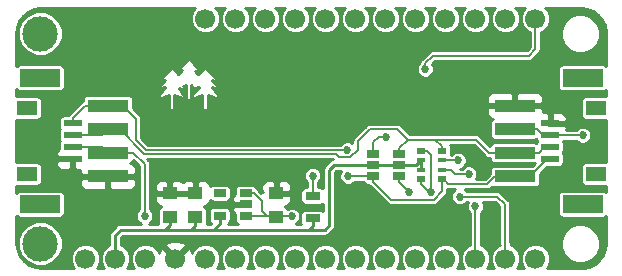
<source format=gtl>
G04 #@! TF.GenerationSoftware,KiCad,Pcbnew,(5.0.0-rc2-dev-444-g2974a2c10)*
G04 #@! TF.CreationDate,2019-11-26T19:34:52-08:00*
G04 #@! TF.ProjectId,StemmaWing_Backpack,5374656D6D6157696E675F4261636B70,v02*
G04 #@! TF.SameCoordinates,Original*
G04 #@! TF.FileFunction,Copper,L1,Top,Signal*
G04 #@! TF.FilePolarity,Positive*
%FSLAX46Y46*%
G04 Gerber Fmt 4.6, Leading zero omitted, Abs format (unit mm)*
G04 Created by KiCad (PCBNEW (5.0.0-rc2-dev-444-g2974a2c10)) date 11/26/19 19:34:52*
%MOMM*%
%LPD*%
G01*
G04 APERTURE LIST*
%ADD10R,1.800000X1.200000*%
%ADD11R,1.550000X0.600000*%
%ADD12R,1.250000X1.000000*%
%ADD13C,1.700000*%
%ADD14C,3.000000*%
%ADD15R,1.300000X0.700000*%
%ADD16R,0.800000X0.500000*%
%ADD17R,0.800000X0.400000*%
%ADD18R,1.060000X0.650000*%
%ADD19R,3.500000X1.000000*%
%ADD20R,3.400000X1.500000*%
%ADD21C,0.685800*%
%ADD22C,0.254000*%
%ADD23C,0.152400*%
G04 APERTURE END LIST*
D10*
X108762500Y-98050000D03*
X108762500Y-92450000D03*
D11*
X112637500Y-96750000D03*
X112637500Y-95750000D03*
X112637500Y-94750000D03*
X112637500Y-93750000D03*
D10*
X156937500Y-92450000D03*
X156937500Y-98050000D03*
D11*
X153062500Y-93750000D03*
X153062500Y-94750000D03*
X153062500Y-95750000D03*
X153062500Y-96750000D03*
D12*
X129880683Y-99658746D03*
X129880683Y-101658746D03*
X123022683Y-99658746D03*
X123022683Y-101658746D03*
X120863683Y-101658746D03*
X120863683Y-99658746D03*
D13*
X113715001Y-105206001D03*
X116255001Y-105206001D03*
X118795001Y-105206001D03*
X121335001Y-105206001D03*
X123875001Y-105206001D03*
X126415001Y-105206001D03*
X128955001Y-105206001D03*
X131495001Y-105206001D03*
X134035001Y-105206001D03*
X136575001Y-105206001D03*
X139115001Y-105206001D03*
X141655001Y-105206001D03*
X144195001Y-105206001D03*
X146735001Y-105206001D03*
X149275001Y-105206001D03*
X151815001Y-105206001D03*
X123875001Y-84886001D03*
X126415001Y-84886001D03*
X128955001Y-84886001D03*
X131495001Y-84886001D03*
X134035001Y-84886001D03*
X136575001Y-84886001D03*
X139115001Y-84886001D03*
X141655001Y-84886001D03*
X144195001Y-84886001D03*
X146735001Y-84886001D03*
X149275001Y-84886001D03*
X151815001Y-84886001D03*
D14*
X109905001Y-103936001D03*
X109905001Y-86156001D03*
D15*
X132969000Y-99908746D03*
X132969000Y-101808746D03*
D16*
X143902000Y-98482000D03*
D17*
X143902000Y-97682000D03*
D16*
X143902000Y-96082000D03*
D17*
X143902000Y-96882000D03*
D16*
X142102000Y-98482000D03*
D17*
X142102000Y-96882000D03*
X142102000Y-97682000D03*
D16*
X142102000Y-96082000D03*
D18*
X140292000Y-97282000D03*
X140292000Y-96332000D03*
X140292000Y-98232000D03*
X138092000Y-98232000D03*
X138092000Y-97282000D03*
X138092000Y-96332000D03*
X125097683Y-101558746D03*
X125097683Y-99658746D03*
X127297683Y-99658746D03*
X127297683Y-100608746D03*
X127297683Y-101558746D03*
D19*
X115625000Y-92250000D03*
X115625000Y-94250000D03*
X115625000Y-96250000D03*
X115625000Y-98250000D03*
D20*
X109875000Y-89900000D03*
X109875000Y-100600000D03*
X155825000Y-89900000D03*
X155825000Y-100600000D03*
D19*
X150075000Y-92250000D03*
X150075000Y-94250000D03*
X150075000Y-96250000D03*
X150075000Y-98250000D03*
D21*
X141097000Y-99568000D03*
X146177000Y-98044000D03*
X139192000Y-94869000D03*
X145269000Y-96882000D03*
X142494000Y-89154000D03*
X135890000Y-96012000D03*
X135951000Y-98232000D03*
X131182254Y-101608746D03*
X118745000Y-101600000D03*
X155829000Y-94750000D03*
X143002000Y-99568000D03*
X146748501Y-100774499D03*
X145415000Y-99949000D03*
X147955000Y-102870000D03*
X150622000Y-102870000D03*
X140843000Y-92964000D03*
X146400000Y-89550000D03*
X150622000Y-86868000D03*
X113030000Y-85090000D03*
X113030000Y-102870000D03*
X153289000Y-87884000D03*
X153289000Y-102870000D03*
X121666000Y-85090000D03*
X125349000Y-97663000D03*
X146550000Y-96550000D03*
X137600000Y-89000000D03*
X132969000Y-98171000D03*
D22*
X125047683Y-101608746D02*
X125097683Y-101558746D01*
X116255001Y-103200999D02*
X116255001Y-105206001D01*
X116713000Y-102743000D02*
X116255001Y-103200999D01*
X120483429Y-102743000D02*
X116713000Y-102743000D01*
X120863683Y-102362746D02*
X120483429Y-102743000D01*
X120863683Y-101608746D02*
X120863683Y-102362746D01*
X142102000Y-97682000D02*
X142102000Y-96882000D01*
X141702000Y-97282000D02*
X140292000Y-97282000D01*
X142102000Y-96882000D02*
X141702000Y-97282000D01*
X140292000Y-97282000D02*
X138092000Y-97282000D01*
D23*
X138092000Y-98709400D02*
X139585600Y-100203000D01*
X138092000Y-98232000D02*
X138092000Y-98709400D01*
X143902000Y-98884400D02*
X143902000Y-98482000D01*
X143902000Y-99513822D02*
X143902000Y-98884400D01*
X143212822Y-100203000D02*
X143902000Y-99513822D01*
X139585600Y-100203000D02*
X143212822Y-100203000D01*
X150287000Y-96250000D02*
X151537000Y-96250000D01*
X143902000Y-95679600D02*
X143902000Y-96082000D01*
X143345400Y-95123000D02*
X143902000Y-95679600D01*
X141023600Y-95123000D02*
X143345400Y-95123000D01*
X140292000Y-95854600D02*
X141023600Y-95123000D01*
X140292000Y-96332000D02*
X140292000Y-95854600D01*
X143902000Y-97682000D02*
X144672000Y-97682000D01*
X144672000Y-97682000D02*
X145034000Y-98044000D01*
X145034000Y-98044000D02*
X146177000Y-98044000D01*
X140292000Y-98709400D02*
X140335000Y-98752400D01*
X140292000Y-98232000D02*
X140292000Y-98709400D01*
X140335000Y-98752400D02*
X140335000Y-98806000D01*
X140335000Y-98806000D02*
X141097000Y-99568000D01*
X141097000Y-99568000D02*
X141097000Y-99568000D01*
X146177000Y-98044000D02*
X146177000Y-98044000D01*
X138092000Y-96332000D02*
X138092000Y-95334000D01*
X138092000Y-95334000D02*
X138557000Y-94869000D01*
X138557000Y-94869000D02*
X139192000Y-94869000D01*
X139192000Y-94869000D02*
X139192000Y-94869000D01*
X143902000Y-96882000D02*
X145269000Y-96882000D01*
X145269000Y-96882000D02*
X145269000Y-96882000D01*
X142494000Y-88669067D02*
X143152067Y-88011000D01*
X142494000Y-89154000D02*
X142494000Y-88669067D01*
X143152067Y-88011000D02*
X151257000Y-88011000D01*
X151815001Y-87452999D02*
X151815001Y-84886001D01*
X151257000Y-88011000D02*
X151815001Y-87452999D01*
X144052000Y-98482000D02*
X143902000Y-98482000D01*
X144454400Y-98884400D02*
X144052000Y-98482000D01*
X147750200Y-98884400D02*
X144454400Y-98884400D01*
X148384600Y-98250000D02*
X147750200Y-98884400D01*
X150287000Y-98250000D02*
X148384600Y-98250000D01*
X138092000Y-98232000D02*
X135951000Y-98232000D01*
X135951000Y-98232000D02*
X135890000Y-98171000D01*
X135890000Y-96012000D02*
X135890000Y-96012000D01*
X135951000Y-98232000D02*
X135951000Y-98232000D01*
X129103283Y-101608746D02*
X129880683Y-101608746D01*
X128651000Y-101156463D02*
X129103283Y-101608746D01*
X128651000Y-100329663D02*
X128651000Y-101156463D01*
X127980083Y-99658746D02*
X128651000Y-100329663D01*
X127297683Y-99658746D02*
X127980083Y-99658746D01*
X127347683Y-101608746D02*
X127297683Y-101558746D01*
X129880683Y-101608746D02*
X127347683Y-101608746D01*
X129880683Y-101608746D02*
X131182254Y-101608746D01*
X131182254Y-101608746D02*
X131182254Y-101608746D01*
X118745000Y-101600000D02*
X118745000Y-101600000D01*
X142654400Y-96082000D02*
X143002000Y-96429600D01*
X142102000Y-96082000D02*
X142654400Y-96082000D01*
X143002000Y-96429600D02*
X143002000Y-99568000D01*
X142785600Y-99568000D02*
X143002000Y-99568000D01*
X142102000Y-98884400D02*
X142785600Y-99568000D01*
X142102000Y-98482000D02*
X142102000Y-98884400D01*
X143002000Y-99568000D02*
X143002000Y-99568000D01*
X146735001Y-100787999D02*
X146748501Y-100774499D01*
X146735001Y-105206001D02*
X146735001Y-100787999D01*
X149275001Y-104003920D02*
X149225000Y-103953919D01*
X149275001Y-105206001D02*
X149275001Y-104003920D01*
X149225000Y-103953919D02*
X149225000Y-100584000D01*
X148590000Y-99949000D02*
X145415000Y-99949000D01*
X149225000Y-100584000D02*
X148590000Y-99949000D01*
D22*
X134747000Y-97282000D02*
X138092000Y-97282000D01*
X134366000Y-97663000D02*
X134747000Y-97282000D01*
X134366000Y-102362000D02*
X134366000Y-97663000D01*
X133985000Y-102743000D02*
X134366000Y-102362000D01*
X132969000Y-102743000D02*
X133985000Y-102743000D01*
X122692429Y-102743000D02*
X122682000Y-102743000D01*
X123022683Y-102412746D02*
X122692429Y-102743000D01*
X123022683Y-101658746D02*
X123022683Y-102412746D01*
X122682000Y-102743000D02*
X120483429Y-102743000D01*
X125097683Y-102232317D02*
X124587000Y-102743000D01*
X125097683Y-101558746D02*
X125097683Y-102232317D01*
X125702937Y-102743000D02*
X124587000Y-102743000D01*
X124587000Y-102743000D02*
X122682000Y-102743000D01*
X132638746Y-102743000D02*
X132334000Y-102743000D01*
X132969000Y-102412746D02*
X132638746Y-102743000D01*
X132969000Y-101808746D02*
X132969000Y-102412746D01*
X125702937Y-102743000D02*
X132334000Y-102743000D01*
X132334000Y-102743000D02*
X132969000Y-102743000D01*
D23*
X135890000Y-96012000D02*
X118840066Y-96012000D01*
X118840066Y-96012000D02*
X120015000Y-96012000D01*
X118840066Y-96012000D02*
X118657101Y-95829035D01*
X152825000Y-96750000D02*
X153062500Y-96750000D01*
X151325000Y-98250000D02*
X152825000Y-96750000D01*
X150075000Y-98250000D02*
X151325000Y-98250000D01*
X116875000Y-92250000D02*
X115625000Y-92250000D01*
X117983000Y-93358000D02*
X116875000Y-92250000D01*
X117983000Y-95154934D02*
X117983000Y-93358000D01*
X118840066Y-96012000D02*
X117983000Y-95154934D01*
X113722600Y-92250000D02*
X115625000Y-92250000D01*
X113685100Y-92250000D02*
X113722600Y-92250000D01*
X112637500Y-93297600D02*
X113685100Y-92250000D01*
X112637500Y-93750000D02*
X112637500Y-93297600D01*
X134924810Y-96316810D02*
X118713810Y-96316810D01*
X135191501Y-96583501D02*
X134924810Y-96316810D01*
X141023600Y-95123000D02*
X140134600Y-94234000D01*
X140134600Y-94234000D02*
X137795000Y-94234000D01*
X137795000Y-94234000D02*
X136779000Y-95250000D01*
X136779000Y-95250000D02*
X136779000Y-95968822D01*
X136779000Y-95968822D02*
X136164321Y-96583501D01*
X136164321Y-96583501D02*
X135191501Y-96583501D01*
X152587500Y-95750000D02*
X153062500Y-95750000D01*
X152087500Y-96250000D02*
X152587500Y-95750000D01*
X150075000Y-96250000D02*
X152087500Y-96250000D01*
X143345400Y-95123000D02*
X146773000Y-95123000D01*
X147900000Y-96250000D02*
X150075000Y-96250000D01*
X146773000Y-95123000D02*
X147900000Y-96250000D01*
X115125000Y-94750000D02*
X115625000Y-94250000D01*
X112637500Y-94750000D02*
X115125000Y-94750000D01*
X116647000Y-94250000D02*
X118713810Y-96316810D01*
X115625000Y-94250000D02*
X116647000Y-94250000D01*
X150075000Y-94250000D02*
X150919362Y-94250000D01*
X152477400Y-94750000D02*
X153062500Y-94750000D01*
X151977400Y-94250000D02*
X152477400Y-94750000D01*
X150075000Y-94250000D02*
X151977400Y-94250000D01*
X153989900Y-94750000D02*
X155829000Y-94750000D01*
X153062500Y-94750000D02*
X153989900Y-94750000D01*
X118745000Y-97695600D02*
X118745000Y-97950000D01*
X118745000Y-97950000D02*
X118745000Y-101600000D01*
X115125000Y-95750000D02*
X115625000Y-96250000D01*
X112637500Y-95750000D02*
X115125000Y-95750000D01*
X118745000Y-97210132D02*
X118745000Y-97950000D01*
X115625000Y-96250000D02*
X117784868Y-96250000D01*
X117784868Y-96250000D02*
X118745000Y-97210132D01*
X118745000Y-101600000D02*
X118745000Y-97645000D01*
X132969000Y-99908746D02*
X132969000Y-99406346D01*
X132969000Y-99406346D02*
X132969000Y-98171000D01*
X132969000Y-98171000D02*
X132969000Y-98171000D01*
D22*
G36*
X148767801Y-100773379D02*
X148767800Y-103908889D01*
X148758843Y-103953919D01*
X148767800Y-103998948D01*
X148783369Y-104077217D01*
X148577695Y-104162409D01*
X148231409Y-104508695D01*
X148044001Y-104961140D01*
X148044001Y-105450862D01*
X148231409Y-105903307D01*
X148323102Y-105995000D01*
X147686900Y-105995000D01*
X147778593Y-105903307D01*
X147966001Y-105450862D01*
X147966001Y-104961140D01*
X147778593Y-104508695D01*
X147432307Y-104162409D01*
X147192201Y-104062954D01*
X147192201Y-101354548D01*
X147362194Y-101184555D01*
X147472401Y-100918492D01*
X147472401Y-100630506D01*
X147379490Y-100406200D01*
X148400622Y-100406200D01*
X148767801Y-100773379D01*
X148767801Y-100773379D01*
G37*
X148767801Y-100773379D02*
X148767800Y-103908889D01*
X148758843Y-103953919D01*
X148767800Y-103998948D01*
X148783369Y-104077217D01*
X148577695Y-104162409D01*
X148231409Y-104508695D01*
X148044001Y-104961140D01*
X148044001Y-105450862D01*
X148231409Y-105903307D01*
X148323102Y-105995000D01*
X147686900Y-105995000D01*
X147778593Y-105903307D01*
X147966001Y-105450862D01*
X147966001Y-104961140D01*
X147778593Y-104508695D01*
X147432307Y-104162409D01*
X147192201Y-104062954D01*
X147192201Y-101354548D01*
X147362194Y-101184555D01*
X147472401Y-100918492D01*
X147472401Y-100630506D01*
X147379490Y-100406200D01*
X148400622Y-100406200D01*
X148767801Y-100773379D01*
G36*
X122831409Y-84188695D02*
X122644001Y-84641140D01*
X122644001Y-85130862D01*
X122831409Y-85583307D01*
X123177695Y-85929593D01*
X123630140Y-86117001D01*
X124119862Y-86117001D01*
X124572307Y-85929593D01*
X124918593Y-85583307D01*
X125106001Y-85130862D01*
X125106001Y-84641140D01*
X124918593Y-84188695D01*
X124726898Y-83997000D01*
X125563104Y-83997000D01*
X125371409Y-84188695D01*
X125184001Y-84641140D01*
X125184001Y-85130862D01*
X125371409Y-85583307D01*
X125717695Y-85929593D01*
X126170140Y-86117001D01*
X126659862Y-86117001D01*
X127112307Y-85929593D01*
X127458593Y-85583307D01*
X127646001Y-85130862D01*
X127646001Y-84641140D01*
X127458593Y-84188695D01*
X127266898Y-83997000D01*
X128103104Y-83997000D01*
X127911409Y-84188695D01*
X127724001Y-84641140D01*
X127724001Y-85130862D01*
X127911409Y-85583307D01*
X128257695Y-85929593D01*
X128710140Y-86117001D01*
X129199862Y-86117001D01*
X129652307Y-85929593D01*
X129998593Y-85583307D01*
X130186001Y-85130862D01*
X130186001Y-84641140D01*
X129998593Y-84188695D01*
X129806898Y-83997000D01*
X130643104Y-83997000D01*
X130451409Y-84188695D01*
X130264001Y-84641140D01*
X130264001Y-85130862D01*
X130451409Y-85583307D01*
X130797695Y-85929593D01*
X131250140Y-86117001D01*
X131739862Y-86117001D01*
X132192307Y-85929593D01*
X132538593Y-85583307D01*
X132726001Y-85130862D01*
X132726001Y-84641140D01*
X132538593Y-84188695D01*
X132346898Y-83997000D01*
X133183104Y-83997000D01*
X132991409Y-84188695D01*
X132804001Y-84641140D01*
X132804001Y-85130862D01*
X132991409Y-85583307D01*
X133337695Y-85929593D01*
X133790140Y-86117001D01*
X134279862Y-86117001D01*
X134732307Y-85929593D01*
X135078593Y-85583307D01*
X135266001Y-85130862D01*
X135266001Y-84641140D01*
X135078593Y-84188695D01*
X134886898Y-83997000D01*
X135723104Y-83997000D01*
X135531409Y-84188695D01*
X135344001Y-84641140D01*
X135344001Y-85130862D01*
X135531409Y-85583307D01*
X135877695Y-85929593D01*
X136330140Y-86117001D01*
X136819862Y-86117001D01*
X137272307Y-85929593D01*
X137618593Y-85583307D01*
X137806001Y-85130862D01*
X137806001Y-84641140D01*
X137618593Y-84188695D01*
X137426898Y-83997000D01*
X138263104Y-83997000D01*
X138071409Y-84188695D01*
X137884001Y-84641140D01*
X137884001Y-85130862D01*
X138071409Y-85583307D01*
X138417695Y-85929593D01*
X138870140Y-86117001D01*
X139359862Y-86117001D01*
X139812307Y-85929593D01*
X140158593Y-85583307D01*
X140346001Y-85130862D01*
X140346001Y-84641140D01*
X140158593Y-84188695D01*
X139966898Y-83997000D01*
X140803104Y-83997000D01*
X140611409Y-84188695D01*
X140424001Y-84641140D01*
X140424001Y-85130862D01*
X140611409Y-85583307D01*
X140957695Y-85929593D01*
X141410140Y-86117001D01*
X141899862Y-86117001D01*
X142352307Y-85929593D01*
X142698593Y-85583307D01*
X142886001Y-85130862D01*
X142886001Y-84641140D01*
X142698593Y-84188695D01*
X142506898Y-83997000D01*
X143343104Y-83997000D01*
X143151409Y-84188695D01*
X142964001Y-84641140D01*
X142964001Y-85130862D01*
X143151409Y-85583307D01*
X143497695Y-85929593D01*
X143950140Y-86117001D01*
X144439862Y-86117001D01*
X144892307Y-85929593D01*
X145238593Y-85583307D01*
X145426001Y-85130862D01*
X145426001Y-84641140D01*
X145238593Y-84188695D01*
X145046898Y-83997000D01*
X145883104Y-83997000D01*
X145691409Y-84188695D01*
X145504001Y-84641140D01*
X145504001Y-85130862D01*
X145691409Y-85583307D01*
X146037695Y-85929593D01*
X146490140Y-86117001D01*
X146979862Y-86117001D01*
X147432307Y-85929593D01*
X147778593Y-85583307D01*
X147966001Y-85130862D01*
X147966001Y-84641140D01*
X147778593Y-84188695D01*
X147586898Y-83997000D01*
X148423104Y-83997000D01*
X148231409Y-84188695D01*
X148044001Y-84641140D01*
X148044001Y-85130862D01*
X148231409Y-85583307D01*
X148577695Y-85929593D01*
X149030140Y-86117001D01*
X149519862Y-86117001D01*
X149972307Y-85929593D01*
X150318593Y-85583307D01*
X150506001Y-85130862D01*
X150506001Y-84641140D01*
X150318593Y-84188695D01*
X150126898Y-83997000D01*
X150963104Y-83997000D01*
X150771409Y-84188695D01*
X150584001Y-84641140D01*
X150584001Y-85130862D01*
X150771409Y-85583307D01*
X151117695Y-85929593D01*
X151357802Y-86029048D01*
X151357801Y-87263621D01*
X151067622Y-87553800D01*
X143197096Y-87553800D01*
X143152066Y-87544843D01*
X142973676Y-87580327D01*
X142822444Y-87681377D01*
X142796937Y-87719551D01*
X142202552Y-88313937D01*
X142164378Y-88339444D01*
X142138871Y-88377618D01*
X142138870Y-88377619D01*
X142063327Y-88490677D01*
X142045884Y-88578367D01*
X141880307Y-88743944D01*
X141770100Y-89010007D01*
X141770100Y-89297993D01*
X141880307Y-89564056D01*
X142083944Y-89767693D01*
X142350007Y-89877900D01*
X142637993Y-89877900D01*
X142904056Y-89767693D01*
X143107693Y-89564056D01*
X143217900Y-89297993D01*
X143217900Y-89010007D01*
X143107693Y-88743944D01*
X143086697Y-88722948D01*
X143341446Y-88468200D01*
X151211970Y-88468200D01*
X151257000Y-88477157D01*
X151302030Y-88468200D01*
X151435391Y-88441673D01*
X151586623Y-88340623D01*
X151612132Y-88302446D01*
X152106447Y-87808131D01*
X152144624Y-87782622D01*
X152245674Y-87631390D01*
X152272201Y-87498029D01*
X152272201Y-87498028D01*
X152281158Y-87452999D01*
X152272201Y-87407969D01*
X152272201Y-86029048D01*
X152512307Y-85929593D01*
X152610325Y-85831575D01*
X153994001Y-85831575D01*
X153994001Y-86480427D01*
X154242306Y-87079888D01*
X154701114Y-87538696D01*
X155300575Y-87787001D01*
X155949427Y-87787001D01*
X156548888Y-87538696D01*
X157007696Y-87079888D01*
X157256001Y-86480427D01*
X157256001Y-85831575D01*
X157007696Y-85232114D01*
X156548888Y-84773306D01*
X155949427Y-84525001D01*
X155300575Y-84525001D01*
X154701114Y-84773306D01*
X154242306Y-85232114D01*
X153994001Y-85831575D01*
X152610325Y-85831575D01*
X152858593Y-85583307D01*
X153046001Y-85130862D01*
X153046001Y-84641140D01*
X152858593Y-84188695D01*
X152666898Y-83997000D01*
X155674887Y-83997000D01*
X156225631Y-84066575D01*
X156716370Y-84260872D01*
X157143366Y-84571103D01*
X157479797Y-84977779D01*
X157704520Y-85455340D01*
X157807267Y-85993957D01*
X157811001Y-86112792D01*
X157811001Y-88892248D01*
X157799686Y-88875314D01*
X157673659Y-88791106D01*
X157525000Y-88761536D01*
X154125000Y-88761536D01*
X153976341Y-88791106D01*
X153850314Y-88875314D01*
X153766106Y-89001341D01*
X153736536Y-89150000D01*
X153736536Y-90650000D01*
X153766106Y-90798659D01*
X153850314Y-90924686D01*
X153976341Y-91008894D01*
X154125000Y-91038464D01*
X157525000Y-91038464D01*
X157673659Y-91008894D01*
X157799686Y-90924686D01*
X157811001Y-90907752D01*
X157811001Y-91461536D01*
X156037500Y-91461536D01*
X155888841Y-91491106D01*
X155762814Y-91575314D01*
X155678606Y-91701341D01*
X155649036Y-91850000D01*
X155649036Y-93050000D01*
X155678606Y-93198659D01*
X155762814Y-93324686D01*
X155888841Y-93408894D01*
X156037500Y-93438464D01*
X157811001Y-93438464D01*
X157811000Y-97061536D01*
X156037500Y-97061536D01*
X155888841Y-97091106D01*
X155762814Y-97175314D01*
X155678606Y-97301341D01*
X155649036Y-97450000D01*
X155649036Y-98650000D01*
X155678606Y-98798659D01*
X155762814Y-98924686D01*
X155888841Y-99008894D01*
X156037500Y-99038464D01*
X157811000Y-99038464D01*
X157811000Y-99592247D01*
X157799686Y-99575314D01*
X157673659Y-99491106D01*
X157525000Y-99461536D01*
X154125000Y-99461536D01*
X153976341Y-99491106D01*
X153850314Y-99575314D01*
X153766106Y-99701341D01*
X153736536Y-99850000D01*
X153736536Y-101350000D01*
X153766106Y-101498659D01*
X153850314Y-101624686D01*
X153976341Y-101708894D01*
X154125000Y-101738464D01*
X157525000Y-101738464D01*
X157673659Y-101708894D01*
X157799686Y-101624686D01*
X157811000Y-101607753D01*
X157811000Y-103858887D01*
X157741425Y-104409632D01*
X157547128Y-104900369D01*
X157236899Y-105327364D01*
X156830222Y-105663796D01*
X156352660Y-105888520D01*
X155814043Y-105991267D01*
X155695240Y-105995000D01*
X152766900Y-105995000D01*
X152858593Y-105903307D01*
X153046001Y-105450862D01*
X153046001Y-104961140D01*
X152858593Y-104508695D01*
X152512307Y-104162409D01*
X152059862Y-103975001D01*
X151570140Y-103975001D01*
X151117695Y-104162409D01*
X150771409Y-104508695D01*
X150584001Y-104961140D01*
X150584001Y-105450862D01*
X150771409Y-105903307D01*
X150863102Y-105995000D01*
X150226900Y-105995000D01*
X150318593Y-105903307D01*
X150506001Y-105450862D01*
X150506001Y-104961140D01*
X150318593Y-104508695D01*
X149972307Y-104162409D01*
X149732201Y-104062954D01*
X149732201Y-104048949D01*
X149741158Y-104003919D01*
X149720395Y-103899538D01*
X149705674Y-103825529D01*
X149682200Y-103790398D01*
X149682200Y-103611575D01*
X153994001Y-103611575D01*
X153994001Y-104260427D01*
X154242306Y-104859888D01*
X154701114Y-105318696D01*
X155300575Y-105567001D01*
X155949427Y-105567001D01*
X156548888Y-105318696D01*
X157007696Y-104859888D01*
X157256001Y-104260427D01*
X157256001Y-103611575D01*
X157007696Y-103012114D01*
X156548888Y-102553306D01*
X155949427Y-102305001D01*
X155300575Y-102305001D01*
X154701114Y-102553306D01*
X154242306Y-103012114D01*
X153994001Y-103611575D01*
X149682200Y-103611575D01*
X149682200Y-100629030D01*
X149691157Y-100584000D01*
X149655673Y-100405609D01*
X149633356Y-100372210D01*
X149554623Y-100254377D01*
X149516446Y-100228868D01*
X148945132Y-99657554D01*
X148919623Y-99619377D01*
X148768391Y-99518327D01*
X148635030Y-99491800D01*
X148590000Y-99482843D01*
X148544970Y-99491800D01*
X145981549Y-99491800D01*
X145831349Y-99341600D01*
X147705170Y-99341600D01*
X147750200Y-99350557D01*
X147795230Y-99341600D01*
X147928591Y-99315073D01*
X148079823Y-99214023D01*
X148105332Y-99175846D01*
X148173909Y-99107269D01*
X148176341Y-99108894D01*
X148325000Y-99138464D01*
X151825000Y-99138464D01*
X151973659Y-99108894D01*
X152099686Y-99024686D01*
X152183894Y-98898659D01*
X152213464Y-98750000D01*
X152213464Y-98008114D01*
X152783114Y-97438464D01*
X153837500Y-97438464D01*
X153986159Y-97408894D01*
X154112186Y-97324686D01*
X154196394Y-97198659D01*
X154225964Y-97050000D01*
X154225964Y-96450000D01*
X154196394Y-96301341D01*
X154162089Y-96250000D01*
X154196394Y-96198659D01*
X154225964Y-96050000D01*
X154225964Y-95450000D01*
X154196394Y-95301341D01*
X154162089Y-95250000D01*
X154190687Y-95207200D01*
X155262451Y-95207200D01*
X155418944Y-95363693D01*
X155685007Y-95473900D01*
X155972993Y-95473900D01*
X156239056Y-95363693D01*
X156442693Y-95160056D01*
X156552900Y-94893993D01*
X156552900Y-94606007D01*
X156442693Y-94339944D01*
X156239056Y-94136307D01*
X155972993Y-94026100D01*
X155685007Y-94026100D01*
X155418944Y-94136307D01*
X155262451Y-94292800D01*
X154424248Y-94292800D01*
X154472500Y-94176309D01*
X154472500Y-94035750D01*
X154313750Y-93877000D01*
X153189500Y-93877000D01*
X153189500Y-93897000D01*
X152935500Y-93897000D01*
X152935500Y-93877000D01*
X152915500Y-93877000D01*
X152915500Y-93623000D01*
X152935500Y-93623000D01*
X152935500Y-92973750D01*
X153189500Y-92973750D01*
X153189500Y-93623000D01*
X154313750Y-93623000D01*
X154472500Y-93464250D01*
X154472500Y-93323691D01*
X154375827Y-93090302D01*
X154197199Y-92911673D01*
X153963810Y-92815000D01*
X153348250Y-92815000D01*
X153189500Y-92973750D01*
X152935500Y-92973750D01*
X152776750Y-92815000D01*
X152460000Y-92815000D01*
X152460000Y-92535750D01*
X152301250Y-92377000D01*
X150202000Y-92377000D01*
X150202000Y-92397000D01*
X149948000Y-92397000D01*
X149948000Y-92377000D01*
X147848750Y-92377000D01*
X147690000Y-92535750D01*
X147690000Y-92876309D01*
X147786673Y-93109698D01*
X147965301Y-93288327D01*
X148198690Y-93385000D01*
X148207038Y-93385000D01*
X148176341Y-93391106D01*
X148050314Y-93475314D01*
X147966106Y-93601341D01*
X147936536Y-93750000D01*
X147936536Y-94750000D01*
X147966106Y-94898659D01*
X148050314Y-95024686D01*
X148176341Y-95108894D01*
X148325000Y-95138464D01*
X151825000Y-95138464D01*
X151913145Y-95120931D01*
X151928606Y-95198659D01*
X151962911Y-95250000D01*
X151928606Y-95301341D01*
X151913145Y-95379069D01*
X151825000Y-95361536D01*
X148325000Y-95361536D01*
X148176341Y-95391106D01*
X148050314Y-95475314D01*
X147966106Y-95601341D01*
X147954793Y-95658215D01*
X147128132Y-94831554D01*
X147102623Y-94793377D01*
X146951391Y-94692327D01*
X146818030Y-94665800D01*
X146773000Y-94656843D01*
X146727970Y-94665800D01*
X143390430Y-94665800D01*
X143345400Y-94656843D01*
X143300370Y-94665800D01*
X141212979Y-94665800D01*
X140489732Y-93942554D01*
X140464223Y-93904377D01*
X140312991Y-93803327D01*
X140179630Y-93776800D01*
X140134600Y-93767843D01*
X140089570Y-93776800D01*
X137840030Y-93776800D01*
X137795000Y-93767843D01*
X137749970Y-93776800D01*
X137616609Y-93803327D01*
X137465377Y-93904377D01*
X137439870Y-93942551D01*
X136487554Y-94894868D01*
X136449377Y-94920377D01*
X136367743Y-95042552D01*
X136348327Y-95071610D01*
X136312843Y-95250000D01*
X136321800Y-95295030D01*
X136321800Y-95420051D01*
X136300056Y-95398307D01*
X136033993Y-95288100D01*
X135746007Y-95288100D01*
X135479944Y-95398307D01*
X135323451Y-95554800D01*
X119029444Y-95554800D01*
X118440200Y-94965556D01*
X118440200Y-93403030D01*
X118449157Y-93358000D01*
X118413673Y-93179609D01*
X118386181Y-93138464D01*
X118312623Y-93028377D01*
X118274446Y-93002868D01*
X117763464Y-92491886D01*
X117763464Y-91750000D01*
X117733894Y-91601341D01*
X117649686Y-91475314D01*
X117595062Y-91438815D01*
X119923494Y-91438815D01*
X119928843Y-91488078D01*
X119952637Y-91531544D01*
X119991254Y-91562596D01*
X120038815Y-91576506D01*
X120088078Y-91571157D01*
X120798000Y-91348039D01*
X120798000Y-92475000D01*
X120807667Y-92523601D01*
X120835197Y-92564803D01*
X120876399Y-92592333D01*
X120925000Y-92602000D01*
X121125000Y-92602000D01*
X121173601Y-92592333D01*
X121214803Y-92564803D01*
X121242333Y-92523601D01*
X121252000Y-92475000D01*
X121252000Y-91352800D01*
X121958811Y-91595135D01*
X122029523Y-91598521D01*
X122074545Y-91577821D01*
X122108218Y-91541467D01*
X122125416Y-91494994D01*
X122123521Y-91445477D01*
X122102821Y-91400455D01*
X121614504Y-90726914D01*
X121883457Y-90820013D01*
X121915260Y-90826626D01*
X121964459Y-90820715D01*
X122007651Y-90796426D01*
X122038260Y-90757457D01*
X122051626Y-90709740D01*
X122045715Y-90660541D01*
X122021426Y-90617349D01*
X122016581Y-90611697D01*
X122211770Y-90546788D01*
X122211770Y-91670717D01*
X122221437Y-91719318D01*
X122248967Y-91760520D01*
X122290169Y-91788050D01*
X122338770Y-91797717D01*
X122538770Y-91797717D01*
X122587371Y-91788050D01*
X122628573Y-91760520D01*
X122656103Y-91719318D01*
X122665770Y-91670717D01*
X122665770Y-90543075D01*
X122785992Y-90580363D01*
X122785197Y-90581158D01*
X122765607Y-90606447D01*
X122749245Y-90653221D01*
X122752029Y-90702696D01*
X122773534Y-90747339D01*
X122810486Y-90780354D01*
X122857260Y-90796716D01*
X122906735Y-90793932D01*
X123314739Y-90688641D01*
X122775581Y-91366936D01*
X122748494Y-91434776D01*
X122753843Y-91484039D01*
X122777637Y-91527505D01*
X122816254Y-91558557D01*
X122863815Y-91572467D01*
X122913078Y-91567118D01*
X123623000Y-91344000D01*
X123623000Y-92470961D01*
X123632667Y-92519562D01*
X123660197Y-92560764D01*
X123701399Y-92588294D01*
X123750000Y-92597961D01*
X123950000Y-92597961D01*
X123998601Y-92588294D01*
X124039803Y-92560764D01*
X124067333Y-92519562D01*
X124077000Y-92470961D01*
X124077000Y-91623691D01*
X147690000Y-91623691D01*
X147690000Y-91964250D01*
X147848750Y-92123000D01*
X149948000Y-92123000D01*
X149948000Y-91273750D01*
X150202000Y-91273750D01*
X150202000Y-92123000D01*
X152301250Y-92123000D01*
X152460000Y-91964250D01*
X152460000Y-91623691D01*
X152363327Y-91390302D01*
X152184699Y-91211673D01*
X151951310Y-91115000D01*
X150360750Y-91115000D01*
X150202000Y-91273750D01*
X149948000Y-91273750D01*
X149789250Y-91115000D01*
X148198690Y-91115000D01*
X147965301Y-91211673D01*
X147786673Y-91390302D01*
X147690000Y-91623691D01*
X124077000Y-91623691D01*
X124077000Y-91348761D01*
X124783811Y-91591096D01*
X124854523Y-91594482D01*
X124899545Y-91573782D01*
X124933218Y-91537428D01*
X124950416Y-91490955D01*
X124948521Y-91441438D01*
X124927821Y-91396416D01*
X124415343Y-90689550D01*
X124716275Y-90772440D01*
X124743651Y-90776841D01*
X124792674Y-90769616D01*
X124835201Y-90744180D01*
X124864756Y-90704406D01*
X124876841Y-90656349D01*
X124869616Y-90607326D01*
X124844180Y-90564799D01*
X124407359Y-90081943D01*
X124611964Y-90146170D01*
X124643845Y-90151851D01*
X124692858Y-90144550D01*
X124735345Y-90119049D01*
X124764840Y-90079230D01*
X124776851Y-90031155D01*
X124769550Y-89982142D01*
X124744049Y-89939655D01*
X123969049Y-89085616D01*
X123923601Y-89053628D01*
X123875000Y-89043961D01*
X123826399Y-89053628D01*
X123785197Y-89081158D01*
X123265218Y-89601137D01*
X123247564Y-89568697D01*
X123017746Y-89292916D01*
X123113507Y-89321644D01*
X123138065Y-89326438D01*
X123187359Y-89321381D01*
X123230966Y-89297844D01*
X123262246Y-89259412D01*
X123276438Y-89211935D01*
X123271381Y-89162641D01*
X123247844Y-89119034D01*
X122561614Y-88289751D01*
X122509324Y-88252168D01*
X122460490Y-88243759D01*
X122412155Y-88254679D01*
X122371678Y-88283264D01*
X121607908Y-89087547D01*
X121575414Y-89150354D01*
X121575466Y-89199907D01*
X121594477Y-89245668D01*
X121629553Y-89280670D01*
X121675354Y-89299586D01*
X121724907Y-89299534D01*
X121869888Y-89270538D01*
X121578689Y-89617203D01*
X121148035Y-89094265D01*
X121098601Y-89057667D01*
X121050000Y-89048000D01*
X121001399Y-89057667D01*
X120960197Y-89085197D01*
X120160197Y-89885197D01*
X120142304Y-89907690D01*
X120124744Y-89954027D01*
X120126252Y-90003557D01*
X120146600Y-90048740D01*
X120182690Y-90082696D01*
X120229027Y-90100256D01*
X120278557Y-90098748D01*
X120497073Y-90048321D01*
X119960197Y-90585197D01*
X119940607Y-90610486D01*
X119924245Y-90657260D01*
X119927029Y-90706735D01*
X119948534Y-90751378D01*
X119985486Y-90784393D01*
X120032260Y-90800755D01*
X120081735Y-90797971D01*
X120489739Y-90692680D01*
X119950581Y-91370975D01*
X119923494Y-91438815D01*
X117595062Y-91438815D01*
X117523659Y-91391106D01*
X117375000Y-91361536D01*
X113875000Y-91361536D01*
X113726341Y-91391106D01*
X113600314Y-91475314D01*
X113516106Y-91601341D01*
X113486536Y-91750000D01*
X113486536Y-91832806D01*
X113355477Y-91920377D01*
X113329970Y-91958551D01*
X112346052Y-92942470D01*
X112307878Y-92967977D01*
X112282371Y-93006151D01*
X112282370Y-93006152D01*
X112245364Y-93061536D01*
X111862500Y-93061536D01*
X111713841Y-93091106D01*
X111587814Y-93175314D01*
X111503606Y-93301341D01*
X111474036Y-93450000D01*
X111474036Y-94050000D01*
X111503606Y-94198659D01*
X111537911Y-94250000D01*
X111503606Y-94301341D01*
X111474036Y-94450000D01*
X111474036Y-95050000D01*
X111503606Y-95198659D01*
X111537911Y-95250000D01*
X111503606Y-95301341D01*
X111474036Y-95450000D01*
X111474036Y-95940438D01*
X111324173Y-96090302D01*
X111227500Y-96323691D01*
X111227500Y-96464250D01*
X111386250Y-96623000D01*
X112510500Y-96623000D01*
X112510500Y-96603000D01*
X112764500Y-96603000D01*
X112764500Y-96623000D01*
X112784500Y-96623000D01*
X112784500Y-96877000D01*
X112764500Y-96877000D01*
X112764500Y-97526250D01*
X112923250Y-97685000D01*
X113240000Y-97685000D01*
X113240000Y-97964250D01*
X113398750Y-98123000D01*
X115498000Y-98123000D01*
X115498000Y-98103000D01*
X115752000Y-98103000D01*
X115752000Y-98123000D01*
X117851250Y-98123000D01*
X118010000Y-97964250D01*
X118010000Y-97623691D01*
X117913327Y-97390302D01*
X117734699Y-97211673D01*
X117501310Y-97115000D01*
X117492962Y-97115000D01*
X117523659Y-97108894D01*
X117649686Y-97024686D01*
X117733894Y-96898659D01*
X117742696Y-96854406D01*
X118287800Y-97399510D01*
X118287801Y-97599970D01*
X118287801Y-97650566D01*
X118287800Y-97650571D01*
X118287800Y-101033451D01*
X118131307Y-101189944D01*
X118021100Y-101456007D01*
X118021100Y-101743993D01*
X118131307Y-102010056D01*
X118334944Y-102213693D01*
X118386384Y-102235000D01*
X116763027Y-102235000D01*
X116712999Y-102225049D01*
X116662971Y-102235000D01*
X116662968Y-102235000D01*
X116514788Y-102264475D01*
X116346753Y-102376753D01*
X116318412Y-102419168D01*
X115931169Y-102806411D01*
X115888754Y-102834752D01*
X115776476Y-103002788D01*
X115747001Y-103150968D01*
X115747001Y-103150971D01*
X115737050Y-103200999D01*
X115747001Y-103251027D01*
X115747001Y-104083996D01*
X115557695Y-104162409D01*
X115211409Y-104508695D01*
X115024001Y-104961140D01*
X115024001Y-105450862D01*
X115211409Y-105903307D01*
X115303102Y-105995000D01*
X114666900Y-105995000D01*
X114758593Y-105903307D01*
X114946001Y-105450862D01*
X114946001Y-104961140D01*
X114758593Y-104508695D01*
X114412307Y-104162409D01*
X113959862Y-103975001D01*
X113470140Y-103975001D01*
X113017695Y-104162409D01*
X112671409Y-104508695D01*
X112484001Y-104961140D01*
X112484001Y-105450862D01*
X112671409Y-105903307D01*
X112763102Y-105995000D01*
X110009113Y-105995000D01*
X109458368Y-105925425D01*
X108967631Y-105731128D01*
X108540636Y-105420899D01*
X108204204Y-105014222D01*
X107979480Y-104536660D01*
X107876733Y-103998043D01*
X107873000Y-103879240D01*
X107873000Y-103561847D01*
X108024001Y-103561847D01*
X108024001Y-104310155D01*
X108310366Y-105001502D01*
X108839500Y-105530636D01*
X109530847Y-105817001D01*
X110279155Y-105817001D01*
X110970502Y-105530636D01*
X111499636Y-105001502D01*
X111786001Y-104310155D01*
X111786001Y-103561847D01*
X111499636Y-102870500D01*
X110970502Y-102341366D01*
X110279155Y-102055001D01*
X109530847Y-102055001D01*
X108839500Y-102341366D01*
X108310366Y-102870500D01*
X108024001Y-103561847D01*
X107873000Y-103561847D01*
X107873000Y-101583807D01*
X107900314Y-101624686D01*
X108026341Y-101708894D01*
X108175000Y-101738464D01*
X111575000Y-101738464D01*
X111723659Y-101708894D01*
X111849686Y-101624686D01*
X111933894Y-101498659D01*
X111963464Y-101350000D01*
X111963464Y-99850000D01*
X111933894Y-99701341D01*
X111849686Y-99575314D01*
X111723659Y-99491106D01*
X111575000Y-99461536D01*
X108175000Y-99461536D01*
X108026341Y-99491106D01*
X107900314Y-99575314D01*
X107873000Y-99616193D01*
X107873000Y-99038464D01*
X109662500Y-99038464D01*
X109811159Y-99008894D01*
X109937186Y-98924686D01*
X110021394Y-98798659D01*
X110050964Y-98650000D01*
X110050964Y-98535750D01*
X113240000Y-98535750D01*
X113240000Y-98876309D01*
X113336673Y-99109698D01*
X113515301Y-99288327D01*
X113748690Y-99385000D01*
X115339250Y-99385000D01*
X115498000Y-99226250D01*
X115498000Y-98377000D01*
X115752000Y-98377000D01*
X115752000Y-99226250D01*
X115910750Y-99385000D01*
X117501310Y-99385000D01*
X117734699Y-99288327D01*
X117913327Y-99109698D01*
X118010000Y-98876309D01*
X118010000Y-98535750D01*
X117851250Y-98377000D01*
X115752000Y-98377000D01*
X115498000Y-98377000D01*
X113398750Y-98377000D01*
X113240000Y-98535750D01*
X110050964Y-98535750D01*
X110050964Y-97450000D01*
X110021394Y-97301341D01*
X109937186Y-97175314D01*
X109811159Y-97091106D01*
X109662500Y-97061536D01*
X107873000Y-97061536D01*
X107873000Y-97035750D01*
X111227500Y-97035750D01*
X111227500Y-97176309D01*
X111324173Y-97409698D01*
X111502801Y-97588327D01*
X111736190Y-97685000D01*
X112351750Y-97685000D01*
X112510500Y-97526250D01*
X112510500Y-96877000D01*
X111386250Y-96877000D01*
X111227500Y-97035750D01*
X107873000Y-97035750D01*
X107873000Y-93438464D01*
X109662500Y-93438464D01*
X109811159Y-93408894D01*
X109937186Y-93324686D01*
X110021394Y-93198659D01*
X110050964Y-93050000D01*
X110050964Y-91850000D01*
X110021394Y-91701341D01*
X109937186Y-91575314D01*
X109811159Y-91491106D01*
X109662500Y-91461536D01*
X107873000Y-91461536D01*
X107873000Y-90883807D01*
X107900314Y-90924686D01*
X108026341Y-91008894D01*
X108175000Y-91038464D01*
X111575000Y-91038464D01*
X111723659Y-91008894D01*
X111849686Y-90924686D01*
X111933894Y-90798659D01*
X111963464Y-90650000D01*
X111963464Y-89150000D01*
X111933894Y-89001341D01*
X111849686Y-88875314D01*
X111723659Y-88791106D01*
X111575000Y-88761536D01*
X108175000Y-88761536D01*
X108026341Y-88791106D01*
X107900314Y-88875314D01*
X107873000Y-88916193D01*
X107873000Y-86133113D01*
X107917375Y-85781847D01*
X108024001Y-85781847D01*
X108024001Y-86530155D01*
X108310366Y-87221502D01*
X108839500Y-87750636D01*
X109530847Y-88037001D01*
X110279155Y-88037001D01*
X110970502Y-87750636D01*
X111499636Y-87221502D01*
X111786001Y-86530155D01*
X111786001Y-85781847D01*
X111499636Y-85090500D01*
X110970502Y-84561366D01*
X110279155Y-84275001D01*
X109530847Y-84275001D01*
X108839500Y-84561366D01*
X108310366Y-85090500D01*
X108024001Y-85781847D01*
X107917375Y-85781847D01*
X107942575Y-85582369D01*
X108136872Y-85091630D01*
X108447103Y-84664634D01*
X108853779Y-84328203D01*
X109331340Y-84103480D01*
X109869957Y-84000733D01*
X109988760Y-83997000D01*
X123023104Y-83997000D01*
X122831409Y-84188695D01*
X122831409Y-84188695D01*
G37*
X122831409Y-84188695D02*
X122644001Y-84641140D01*
X122644001Y-85130862D01*
X122831409Y-85583307D01*
X123177695Y-85929593D01*
X123630140Y-86117001D01*
X124119862Y-86117001D01*
X124572307Y-85929593D01*
X124918593Y-85583307D01*
X125106001Y-85130862D01*
X125106001Y-84641140D01*
X124918593Y-84188695D01*
X124726898Y-83997000D01*
X125563104Y-83997000D01*
X125371409Y-84188695D01*
X125184001Y-84641140D01*
X125184001Y-85130862D01*
X125371409Y-85583307D01*
X125717695Y-85929593D01*
X126170140Y-86117001D01*
X126659862Y-86117001D01*
X127112307Y-85929593D01*
X127458593Y-85583307D01*
X127646001Y-85130862D01*
X127646001Y-84641140D01*
X127458593Y-84188695D01*
X127266898Y-83997000D01*
X128103104Y-83997000D01*
X127911409Y-84188695D01*
X127724001Y-84641140D01*
X127724001Y-85130862D01*
X127911409Y-85583307D01*
X128257695Y-85929593D01*
X128710140Y-86117001D01*
X129199862Y-86117001D01*
X129652307Y-85929593D01*
X129998593Y-85583307D01*
X130186001Y-85130862D01*
X130186001Y-84641140D01*
X129998593Y-84188695D01*
X129806898Y-83997000D01*
X130643104Y-83997000D01*
X130451409Y-84188695D01*
X130264001Y-84641140D01*
X130264001Y-85130862D01*
X130451409Y-85583307D01*
X130797695Y-85929593D01*
X131250140Y-86117001D01*
X131739862Y-86117001D01*
X132192307Y-85929593D01*
X132538593Y-85583307D01*
X132726001Y-85130862D01*
X132726001Y-84641140D01*
X132538593Y-84188695D01*
X132346898Y-83997000D01*
X133183104Y-83997000D01*
X132991409Y-84188695D01*
X132804001Y-84641140D01*
X132804001Y-85130862D01*
X132991409Y-85583307D01*
X133337695Y-85929593D01*
X133790140Y-86117001D01*
X134279862Y-86117001D01*
X134732307Y-85929593D01*
X135078593Y-85583307D01*
X135266001Y-85130862D01*
X135266001Y-84641140D01*
X135078593Y-84188695D01*
X134886898Y-83997000D01*
X135723104Y-83997000D01*
X135531409Y-84188695D01*
X135344001Y-84641140D01*
X135344001Y-85130862D01*
X135531409Y-85583307D01*
X135877695Y-85929593D01*
X136330140Y-86117001D01*
X136819862Y-86117001D01*
X137272307Y-85929593D01*
X137618593Y-85583307D01*
X137806001Y-85130862D01*
X137806001Y-84641140D01*
X137618593Y-84188695D01*
X137426898Y-83997000D01*
X138263104Y-83997000D01*
X138071409Y-84188695D01*
X137884001Y-84641140D01*
X137884001Y-85130862D01*
X138071409Y-85583307D01*
X138417695Y-85929593D01*
X138870140Y-86117001D01*
X139359862Y-86117001D01*
X139812307Y-85929593D01*
X140158593Y-85583307D01*
X140346001Y-85130862D01*
X140346001Y-84641140D01*
X140158593Y-84188695D01*
X139966898Y-83997000D01*
X140803104Y-83997000D01*
X140611409Y-84188695D01*
X140424001Y-84641140D01*
X140424001Y-85130862D01*
X140611409Y-85583307D01*
X140957695Y-85929593D01*
X141410140Y-86117001D01*
X141899862Y-86117001D01*
X142352307Y-85929593D01*
X142698593Y-85583307D01*
X142886001Y-85130862D01*
X142886001Y-84641140D01*
X142698593Y-84188695D01*
X142506898Y-83997000D01*
X143343104Y-83997000D01*
X143151409Y-84188695D01*
X142964001Y-84641140D01*
X142964001Y-85130862D01*
X143151409Y-85583307D01*
X143497695Y-85929593D01*
X143950140Y-86117001D01*
X144439862Y-86117001D01*
X144892307Y-85929593D01*
X145238593Y-85583307D01*
X145426001Y-85130862D01*
X145426001Y-84641140D01*
X145238593Y-84188695D01*
X145046898Y-83997000D01*
X145883104Y-83997000D01*
X145691409Y-84188695D01*
X145504001Y-84641140D01*
X145504001Y-85130862D01*
X145691409Y-85583307D01*
X146037695Y-85929593D01*
X146490140Y-86117001D01*
X146979862Y-86117001D01*
X147432307Y-85929593D01*
X147778593Y-85583307D01*
X147966001Y-85130862D01*
X147966001Y-84641140D01*
X147778593Y-84188695D01*
X147586898Y-83997000D01*
X148423104Y-83997000D01*
X148231409Y-84188695D01*
X148044001Y-84641140D01*
X148044001Y-85130862D01*
X148231409Y-85583307D01*
X148577695Y-85929593D01*
X149030140Y-86117001D01*
X149519862Y-86117001D01*
X149972307Y-85929593D01*
X150318593Y-85583307D01*
X150506001Y-85130862D01*
X150506001Y-84641140D01*
X150318593Y-84188695D01*
X150126898Y-83997000D01*
X150963104Y-83997000D01*
X150771409Y-84188695D01*
X150584001Y-84641140D01*
X150584001Y-85130862D01*
X150771409Y-85583307D01*
X151117695Y-85929593D01*
X151357802Y-86029048D01*
X151357801Y-87263621D01*
X151067622Y-87553800D01*
X143197096Y-87553800D01*
X143152066Y-87544843D01*
X142973676Y-87580327D01*
X142822444Y-87681377D01*
X142796937Y-87719551D01*
X142202552Y-88313937D01*
X142164378Y-88339444D01*
X142138871Y-88377618D01*
X142138870Y-88377619D01*
X142063327Y-88490677D01*
X142045884Y-88578367D01*
X141880307Y-88743944D01*
X141770100Y-89010007D01*
X141770100Y-89297993D01*
X141880307Y-89564056D01*
X142083944Y-89767693D01*
X142350007Y-89877900D01*
X142637993Y-89877900D01*
X142904056Y-89767693D01*
X143107693Y-89564056D01*
X143217900Y-89297993D01*
X143217900Y-89010007D01*
X143107693Y-88743944D01*
X143086697Y-88722948D01*
X143341446Y-88468200D01*
X151211970Y-88468200D01*
X151257000Y-88477157D01*
X151302030Y-88468200D01*
X151435391Y-88441673D01*
X151586623Y-88340623D01*
X151612132Y-88302446D01*
X152106447Y-87808131D01*
X152144624Y-87782622D01*
X152245674Y-87631390D01*
X152272201Y-87498029D01*
X152272201Y-87498028D01*
X152281158Y-87452999D01*
X152272201Y-87407969D01*
X152272201Y-86029048D01*
X152512307Y-85929593D01*
X152610325Y-85831575D01*
X153994001Y-85831575D01*
X153994001Y-86480427D01*
X154242306Y-87079888D01*
X154701114Y-87538696D01*
X155300575Y-87787001D01*
X155949427Y-87787001D01*
X156548888Y-87538696D01*
X157007696Y-87079888D01*
X157256001Y-86480427D01*
X157256001Y-85831575D01*
X157007696Y-85232114D01*
X156548888Y-84773306D01*
X155949427Y-84525001D01*
X155300575Y-84525001D01*
X154701114Y-84773306D01*
X154242306Y-85232114D01*
X153994001Y-85831575D01*
X152610325Y-85831575D01*
X152858593Y-85583307D01*
X153046001Y-85130862D01*
X153046001Y-84641140D01*
X152858593Y-84188695D01*
X152666898Y-83997000D01*
X155674887Y-83997000D01*
X156225631Y-84066575D01*
X156716370Y-84260872D01*
X157143366Y-84571103D01*
X157479797Y-84977779D01*
X157704520Y-85455340D01*
X157807267Y-85993957D01*
X157811001Y-86112792D01*
X157811001Y-88892248D01*
X157799686Y-88875314D01*
X157673659Y-88791106D01*
X157525000Y-88761536D01*
X154125000Y-88761536D01*
X153976341Y-88791106D01*
X153850314Y-88875314D01*
X153766106Y-89001341D01*
X153736536Y-89150000D01*
X153736536Y-90650000D01*
X153766106Y-90798659D01*
X153850314Y-90924686D01*
X153976341Y-91008894D01*
X154125000Y-91038464D01*
X157525000Y-91038464D01*
X157673659Y-91008894D01*
X157799686Y-90924686D01*
X157811001Y-90907752D01*
X157811001Y-91461536D01*
X156037500Y-91461536D01*
X155888841Y-91491106D01*
X155762814Y-91575314D01*
X155678606Y-91701341D01*
X155649036Y-91850000D01*
X155649036Y-93050000D01*
X155678606Y-93198659D01*
X155762814Y-93324686D01*
X155888841Y-93408894D01*
X156037500Y-93438464D01*
X157811001Y-93438464D01*
X157811000Y-97061536D01*
X156037500Y-97061536D01*
X155888841Y-97091106D01*
X155762814Y-97175314D01*
X155678606Y-97301341D01*
X155649036Y-97450000D01*
X155649036Y-98650000D01*
X155678606Y-98798659D01*
X155762814Y-98924686D01*
X155888841Y-99008894D01*
X156037500Y-99038464D01*
X157811000Y-99038464D01*
X157811000Y-99592247D01*
X157799686Y-99575314D01*
X157673659Y-99491106D01*
X157525000Y-99461536D01*
X154125000Y-99461536D01*
X153976341Y-99491106D01*
X153850314Y-99575314D01*
X153766106Y-99701341D01*
X153736536Y-99850000D01*
X153736536Y-101350000D01*
X153766106Y-101498659D01*
X153850314Y-101624686D01*
X153976341Y-101708894D01*
X154125000Y-101738464D01*
X157525000Y-101738464D01*
X157673659Y-101708894D01*
X157799686Y-101624686D01*
X157811000Y-101607753D01*
X157811000Y-103858887D01*
X157741425Y-104409632D01*
X157547128Y-104900369D01*
X157236899Y-105327364D01*
X156830222Y-105663796D01*
X156352660Y-105888520D01*
X155814043Y-105991267D01*
X155695240Y-105995000D01*
X152766900Y-105995000D01*
X152858593Y-105903307D01*
X153046001Y-105450862D01*
X153046001Y-104961140D01*
X152858593Y-104508695D01*
X152512307Y-104162409D01*
X152059862Y-103975001D01*
X151570140Y-103975001D01*
X151117695Y-104162409D01*
X150771409Y-104508695D01*
X150584001Y-104961140D01*
X150584001Y-105450862D01*
X150771409Y-105903307D01*
X150863102Y-105995000D01*
X150226900Y-105995000D01*
X150318593Y-105903307D01*
X150506001Y-105450862D01*
X150506001Y-104961140D01*
X150318593Y-104508695D01*
X149972307Y-104162409D01*
X149732201Y-104062954D01*
X149732201Y-104048949D01*
X149741158Y-104003919D01*
X149720395Y-103899538D01*
X149705674Y-103825529D01*
X149682200Y-103790398D01*
X149682200Y-103611575D01*
X153994001Y-103611575D01*
X153994001Y-104260427D01*
X154242306Y-104859888D01*
X154701114Y-105318696D01*
X155300575Y-105567001D01*
X155949427Y-105567001D01*
X156548888Y-105318696D01*
X157007696Y-104859888D01*
X157256001Y-104260427D01*
X157256001Y-103611575D01*
X157007696Y-103012114D01*
X156548888Y-102553306D01*
X155949427Y-102305001D01*
X155300575Y-102305001D01*
X154701114Y-102553306D01*
X154242306Y-103012114D01*
X153994001Y-103611575D01*
X149682200Y-103611575D01*
X149682200Y-100629030D01*
X149691157Y-100584000D01*
X149655673Y-100405609D01*
X149633356Y-100372210D01*
X149554623Y-100254377D01*
X149516446Y-100228868D01*
X148945132Y-99657554D01*
X148919623Y-99619377D01*
X148768391Y-99518327D01*
X148635030Y-99491800D01*
X148590000Y-99482843D01*
X148544970Y-99491800D01*
X145981549Y-99491800D01*
X145831349Y-99341600D01*
X147705170Y-99341600D01*
X147750200Y-99350557D01*
X147795230Y-99341600D01*
X147928591Y-99315073D01*
X148079823Y-99214023D01*
X148105332Y-99175846D01*
X148173909Y-99107269D01*
X148176341Y-99108894D01*
X148325000Y-99138464D01*
X151825000Y-99138464D01*
X151973659Y-99108894D01*
X152099686Y-99024686D01*
X152183894Y-98898659D01*
X152213464Y-98750000D01*
X152213464Y-98008114D01*
X152783114Y-97438464D01*
X153837500Y-97438464D01*
X153986159Y-97408894D01*
X154112186Y-97324686D01*
X154196394Y-97198659D01*
X154225964Y-97050000D01*
X154225964Y-96450000D01*
X154196394Y-96301341D01*
X154162089Y-96250000D01*
X154196394Y-96198659D01*
X154225964Y-96050000D01*
X154225964Y-95450000D01*
X154196394Y-95301341D01*
X154162089Y-95250000D01*
X154190687Y-95207200D01*
X155262451Y-95207200D01*
X155418944Y-95363693D01*
X155685007Y-95473900D01*
X155972993Y-95473900D01*
X156239056Y-95363693D01*
X156442693Y-95160056D01*
X156552900Y-94893993D01*
X156552900Y-94606007D01*
X156442693Y-94339944D01*
X156239056Y-94136307D01*
X155972993Y-94026100D01*
X155685007Y-94026100D01*
X155418944Y-94136307D01*
X155262451Y-94292800D01*
X154424248Y-94292800D01*
X154472500Y-94176309D01*
X154472500Y-94035750D01*
X154313750Y-93877000D01*
X153189500Y-93877000D01*
X153189500Y-93897000D01*
X152935500Y-93897000D01*
X152935500Y-93877000D01*
X152915500Y-93877000D01*
X152915500Y-93623000D01*
X152935500Y-93623000D01*
X152935500Y-92973750D01*
X153189500Y-92973750D01*
X153189500Y-93623000D01*
X154313750Y-93623000D01*
X154472500Y-93464250D01*
X154472500Y-93323691D01*
X154375827Y-93090302D01*
X154197199Y-92911673D01*
X153963810Y-92815000D01*
X153348250Y-92815000D01*
X153189500Y-92973750D01*
X152935500Y-92973750D01*
X152776750Y-92815000D01*
X152460000Y-92815000D01*
X152460000Y-92535750D01*
X152301250Y-92377000D01*
X150202000Y-92377000D01*
X150202000Y-92397000D01*
X149948000Y-92397000D01*
X149948000Y-92377000D01*
X147848750Y-92377000D01*
X147690000Y-92535750D01*
X147690000Y-92876309D01*
X147786673Y-93109698D01*
X147965301Y-93288327D01*
X148198690Y-93385000D01*
X148207038Y-93385000D01*
X148176341Y-93391106D01*
X148050314Y-93475314D01*
X147966106Y-93601341D01*
X147936536Y-93750000D01*
X147936536Y-94750000D01*
X147966106Y-94898659D01*
X148050314Y-95024686D01*
X148176341Y-95108894D01*
X148325000Y-95138464D01*
X151825000Y-95138464D01*
X151913145Y-95120931D01*
X151928606Y-95198659D01*
X151962911Y-95250000D01*
X151928606Y-95301341D01*
X151913145Y-95379069D01*
X151825000Y-95361536D01*
X148325000Y-95361536D01*
X148176341Y-95391106D01*
X148050314Y-95475314D01*
X147966106Y-95601341D01*
X147954793Y-95658215D01*
X147128132Y-94831554D01*
X147102623Y-94793377D01*
X146951391Y-94692327D01*
X146818030Y-94665800D01*
X146773000Y-94656843D01*
X146727970Y-94665800D01*
X143390430Y-94665800D01*
X143345400Y-94656843D01*
X143300370Y-94665800D01*
X141212979Y-94665800D01*
X140489732Y-93942554D01*
X140464223Y-93904377D01*
X140312991Y-93803327D01*
X140179630Y-93776800D01*
X140134600Y-93767843D01*
X140089570Y-93776800D01*
X137840030Y-93776800D01*
X137795000Y-93767843D01*
X137749970Y-93776800D01*
X137616609Y-93803327D01*
X137465377Y-93904377D01*
X137439870Y-93942551D01*
X136487554Y-94894868D01*
X136449377Y-94920377D01*
X136367743Y-95042552D01*
X136348327Y-95071610D01*
X136312843Y-95250000D01*
X136321800Y-95295030D01*
X136321800Y-95420051D01*
X136300056Y-95398307D01*
X136033993Y-95288100D01*
X135746007Y-95288100D01*
X135479944Y-95398307D01*
X135323451Y-95554800D01*
X119029444Y-95554800D01*
X118440200Y-94965556D01*
X118440200Y-93403030D01*
X118449157Y-93358000D01*
X118413673Y-93179609D01*
X118386181Y-93138464D01*
X118312623Y-93028377D01*
X118274446Y-93002868D01*
X117763464Y-92491886D01*
X117763464Y-91750000D01*
X117733894Y-91601341D01*
X117649686Y-91475314D01*
X117595062Y-91438815D01*
X119923494Y-91438815D01*
X119928843Y-91488078D01*
X119952637Y-91531544D01*
X119991254Y-91562596D01*
X120038815Y-91576506D01*
X120088078Y-91571157D01*
X120798000Y-91348039D01*
X120798000Y-92475000D01*
X120807667Y-92523601D01*
X120835197Y-92564803D01*
X120876399Y-92592333D01*
X120925000Y-92602000D01*
X121125000Y-92602000D01*
X121173601Y-92592333D01*
X121214803Y-92564803D01*
X121242333Y-92523601D01*
X121252000Y-92475000D01*
X121252000Y-91352800D01*
X121958811Y-91595135D01*
X122029523Y-91598521D01*
X122074545Y-91577821D01*
X122108218Y-91541467D01*
X122125416Y-91494994D01*
X122123521Y-91445477D01*
X122102821Y-91400455D01*
X121614504Y-90726914D01*
X121883457Y-90820013D01*
X121915260Y-90826626D01*
X121964459Y-90820715D01*
X122007651Y-90796426D01*
X122038260Y-90757457D01*
X122051626Y-90709740D01*
X122045715Y-90660541D01*
X122021426Y-90617349D01*
X122016581Y-90611697D01*
X122211770Y-90546788D01*
X122211770Y-91670717D01*
X122221437Y-91719318D01*
X122248967Y-91760520D01*
X122290169Y-91788050D01*
X122338770Y-91797717D01*
X122538770Y-91797717D01*
X122587371Y-91788050D01*
X122628573Y-91760520D01*
X122656103Y-91719318D01*
X122665770Y-91670717D01*
X122665770Y-90543075D01*
X122785992Y-90580363D01*
X122785197Y-90581158D01*
X122765607Y-90606447D01*
X122749245Y-90653221D01*
X122752029Y-90702696D01*
X122773534Y-90747339D01*
X122810486Y-90780354D01*
X122857260Y-90796716D01*
X122906735Y-90793932D01*
X123314739Y-90688641D01*
X122775581Y-91366936D01*
X122748494Y-91434776D01*
X122753843Y-91484039D01*
X122777637Y-91527505D01*
X122816254Y-91558557D01*
X122863815Y-91572467D01*
X122913078Y-91567118D01*
X123623000Y-91344000D01*
X123623000Y-92470961D01*
X123632667Y-92519562D01*
X123660197Y-92560764D01*
X123701399Y-92588294D01*
X123750000Y-92597961D01*
X123950000Y-92597961D01*
X123998601Y-92588294D01*
X124039803Y-92560764D01*
X124067333Y-92519562D01*
X124077000Y-92470961D01*
X124077000Y-91623691D01*
X147690000Y-91623691D01*
X147690000Y-91964250D01*
X147848750Y-92123000D01*
X149948000Y-92123000D01*
X149948000Y-91273750D01*
X150202000Y-91273750D01*
X150202000Y-92123000D01*
X152301250Y-92123000D01*
X152460000Y-91964250D01*
X152460000Y-91623691D01*
X152363327Y-91390302D01*
X152184699Y-91211673D01*
X151951310Y-91115000D01*
X150360750Y-91115000D01*
X150202000Y-91273750D01*
X149948000Y-91273750D01*
X149789250Y-91115000D01*
X148198690Y-91115000D01*
X147965301Y-91211673D01*
X147786673Y-91390302D01*
X147690000Y-91623691D01*
X124077000Y-91623691D01*
X124077000Y-91348761D01*
X124783811Y-91591096D01*
X124854523Y-91594482D01*
X124899545Y-91573782D01*
X124933218Y-91537428D01*
X124950416Y-91490955D01*
X124948521Y-91441438D01*
X124927821Y-91396416D01*
X124415343Y-90689550D01*
X124716275Y-90772440D01*
X124743651Y-90776841D01*
X124792674Y-90769616D01*
X124835201Y-90744180D01*
X124864756Y-90704406D01*
X124876841Y-90656349D01*
X124869616Y-90607326D01*
X124844180Y-90564799D01*
X124407359Y-90081943D01*
X124611964Y-90146170D01*
X124643845Y-90151851D01*
X124692858Y-90144550D01*
X124735345Y-90119049D01*
X124764840Y-90079230D01*
X124776851Y-90031155D01*
X124769550Y-89982142D01*
X124744049Y-89939655D01*
X123969049Y-89085616D01*
X123923601Y-89053628D01*
X123875000Y-89043961D01*
X123826399Y-89053628D01*
X123785197Y-89081158D01*
X123265218Y-89601137D01*
X123247564Y-89568697D01*
X123017746Y-89292916D01*
X123113507Y-89321644D01*
X123138065Y-89326438D01*
X123187359Y-89321381D01*
X123230966Y-89297844D01*
X123262246Y-89259412D01*
X123276438Y-89211935D01*
X123271381Y-89162641D01*
X123247844Y-89119034D01*
X122561614Y-88289751D01*
X122509324Y-88252168D01*
X122460490Y-88243759D01*
X122412155Y-88254679D01*
X122371678Y-88283264D01*
X121607908Y-89087547D01*
X121575414Y-89150354D01*
X121575466Y-89199907D01*
X121594477Y-89245668D01*
X121629553Y-89280670D01*
X121675354Y-89299586D01*
X121724907Y-89299534D01*
X121869888Y-89270538D01*
X121578689Y-89617203D01*
X121148035Y-89094265D01*
X121098601Y-89057667D01*
X121050000Y-89048000D01*
X121001399Y-89057667D01*
X120960197Y-89085197D01*
X120160197Y-89885197D01*
X120142304Y-89907690D01*
X120124744Y-89954027D01*
X120126252Y-90003557D01*
X120146600Y-90048740D01*
X120182690Y-90082696D01*
X120229027Y-90100256D01*
X120278557Y-90098748D01*
X120497073Y-90048321D01*
X119960197Y-90585197D01*
X119940607Y-90610486D01*
X119924245Y-90657260D01*
X119927029Y-90706735D01*
X119948534Y-90751378D01*
X119985486Y-90784393D01*
X120032260Y-90800755D01*
X120081735Y-90797971D01*
X120489739Y-90692680D01*
X119950581Y-91370975D01*
X119923494Y-91438815D01*
X117595062Y-91438815D01*
X117523659Y-91391106D01*
X117375000Y-91361536D01*
X113875000Y-91361536D01*
X113726341Y-91391106D01*
X113600314Y-91475314D01*
X113516106Y-91601341D01*
X113486536Y-91750000D01*
X113486536Y-91832806D01*
X113355477Y-91920377D01*
X113329970Y-91958551D01*
X112346052Y-92942470D01*
X112307878Y-92967977D01*
X112282371Y-93006151D01*
X112282370Y-93006152D01*
X112245364Y-93061536D01*
X111862500Y-93061536D01*
X111713841Y-93091106D01*
X111587814Y-93175314D01*
X111503606Y-93301341D01*
X111474036Y-93450000D01*
X111474036Y-94050000D01*
X111503606Y-94198659D01*
X111537911Y-94250000D01*
X111503606Y-94301341D01*
X111474036Y-94450000D01*
X111474036Y-95050000D01*
X111503606Y-95198659D01*
X111537911Y-95250000D01*
X111503606Y-95301341D01*
X111474036Y-95450000D01*
X111474036Y-95940438D01*
X111324173Y-96090302D01*
X111227500Y-96323691D01*
X111227500Y-96464250D01*
X111386250Y-96623000D01*
X112510500Y-96623000D01*
X112510500Y-96603000D01*
X112764500Y-96603000D01*
X112764500Y-96623000D01*
X112784500Y-96623000D01*
X112784500Y-96877000D01*
X112764500Y-96877000D01*
X112764500Y-97526250D01*
X112923250Y-97685000D01*
X113240000Y-97685000D01*
X113240000Y-97964250D01*
X113398750Y-98123000D01*
X115498000Y-98123000D01*
X115498000Y-98103000D01*
X115752000Y-98103000D01*
X115752000Y-98123000D01*
X117851250Y-98123000D01*
X118010000Y-97964250D01*
X118010000Y-97623691D01*
X117913327Y-97390302D01*
X117734699Y-97211673D01*
X117501310Y-97115000D01*
X117492962Y-97115000D01*
X117523659Y-97108894D01*
X117649686Y-97024686D01*
X117733894Y-96898659D01*
X117742696Y-96854406D01*
X118287800Y-97399510D01*
X118287801Y-97599970D01*
X118287801Y-97650566D01*
X118287800Y-97650571D01*
X118287800Y-101033451D01*
X118131307Y-101189944D01*
X118021100Y-101456007D01*
X118021100Y-101743993D01*
X118131307Y-102010056D01*
X118334944Y-102213693D01*
X118386384Y-102235000D01*
X116763027Y-102235000D01*
X116712999Y-102225049D01*
X116662971Y-102235000D01*
X116662968Y-102235000D01*
X116514788Y-102264475D01*
X116346753Y-102376753D01*
X116318412Y-102419168D01*
X115931169Y-102806411D01*
X115888754Y-102834752D01*
X115776476Y-103002788D01*
X115747001Y-103150968D01*
X115747001Y-103150971D01*
X115737050Y-103200999D01*
X115747001Y-103251027D01*
X115747001Y-104083996D01*
X115557695Y-104162409D01*
X115211409Y-104508695D01*
X115024001Y-104961140D01*
X115024001Y-105450862D01*
X115211409Y-105903307D01*
X115303102Y-105995000D01*
X114666900Y-105995000D01*
X114758593Y-105903307D01*
X114946001Y-105450862D01*
X114946001Y-104961140D01*
X114758593Y-104508695D01*
X114412307Y-104162409D01*
X113959862Y-103975001D01*
X113470140Y-103975001D01*
X113017695Y-104162409D01*
X112671409Y-104508695D01*
X112484001Y-104961140D01*
X112484001Y-105450862D01*
X112671409Y-105903307D01*
X112763102Y-105995000D01*
X110009113Y-105995000D01*
X109458368Y-105925425D01*
X108967631Y-105731128D01*
X108540636Y-105420899D01*
X108204204Y-105014222D01*
X107979480Y-104536660D01*
X107876733Y-103998043D01*
X107873000Y-103879240D01*
X107873000Y-103561847D01*
X108024001Y-103561847D01*
X108024001Y-104310155D01*
X108310366Y-105001502D01*
X108839500Y-105530636D01*
X109530847Y-105817001D01*
X110279155Y-105817001D01*
X110970502Y-105530636D01*
X111499636Y-105001502D01*
X111786001Y-104310155D01*
X111786001Y-103561847D01*
X111499636Y-102870500D01*
X110970502Y-102341366D01*
X110279155Y-102055001D01*
X109530847Y-102055001D01*
X108839500Y-102341366D01*
X108310366Y-102870500D01*
X108024001Y-103561847D01*
X107873000Y-103561847D01*
X107873000Y-101583807D01*
X107900314Y-101624686D01*
X108026341Y-101708894D01*
X108175000Y-101738464D01*
X111575000Y-101738464D01*
X111723659Y-101708894D01*
X111849686Y-101624686D01*
X111933894Y-101498659D01*
X111963464Y-101350000D01*
X111963464Y-99850000D01*
X111933894Y-99701341D01*
X111849686Y-99575314D01*
X111723659Y-99491106D01*
X111575000Y-99461536D01*
X108175000Y-99461536D01*
X108026341Y-99491106D01*
X107900314Y-99575314D01*
X107873000Y-99616193D01*
X107873000Y-99038464D01*
X109662500Y-99038464D01*
X109811159Y-99008894D01*
X109937186Y-98924686D01*
X110021394Y-98798659D01*
X110050964Y-98650000D01*
X110050964Y-98535750D01*
X113240000Y-98535750D01*
X113240000Y-98876309D01*
X113336673Y-99109698D01*
X113515301Y-99288327D01*
X113748690Y-99385000D01*
X115339250Y-99385000D01*
X115498000Y-99226250D01*
X115498000Y-98377000D01*
X115752000Y-98377000D01*
X115752000Y-99226250D01*
X115910750Y-99385000D01*
X117501310Y-99385000D01*
X117734699Y-99288327D01*
X117913327Y-99109698D01*
X118010000Y-98876309D01*
X118010000Y-98535750D01*
X117851250Y-98377000D01*
X115752000Y-98377000D01*
X115498000Y-98377000D01*
X113398750Y-98377000D01*
X113240000Y-98535750D01*
X110050964Y-98535750D01*
X110050964Y-97450000D01*
X110021394Y-97301341D01*
X109937186Y-97175314D01*
X109811159Y-97091106D01*
X109662500Y-97061536D01*
X107873000Y-97061536D01*
X107873000Y-97035750D01*
X111227500Y-97035750D01*
X111227500Y-97176309D01*
X111324173Y-97409698D01*
X111502801Y-97588327D01*
X111736190Y-97685000D01*
X112351750Y-97685000D01*
X112510500Y-97526250D01*
X112510500Y-96877000D01*
X111386250Y-96877000D01*
X111227500Y-97035750D01*
X107873000Y-97035750D01*
X107873000Y-93438464D01*
X109662500Y-93438464D01*
X109811159Y-93408894D01*
X109937186Y-93324686D01*
X110021394Y-93198659D01*
X110050964Y-93050000D01*
X110050964Y-91850000D01*
X110021394Y-91701341D01*
X109937186Y-91575314D01*
X109811159Y-91491106D01*
X109662500Y-91461536D01*
X107873000Y-91461536D01*
X107873000Y-90883807D01*
X107900314Y-90924686D01*
X108026341Y-91008894D01*
X108175000Y-91038464D01*
X111575000Y-91038464D01*
X111723659Y-91008894D01*
X111849686Y-90924686D01*
X111933894Y-90798659D01*
X111963464Y-90650000D01*
X111963464Y-89150000D01*
X111933894Y-89001341D01*
X111849686Y-88875314D01*
X111723659Y-88791106D01*
X111575000Y-88761536D01*
X108175000Y-88761536D01*
X108026341Y-88791106D01*
X107900314Y-88875314D01*
X107873000Y-88916193D01*
X107873000Y-86133113D01*
X107917375Y-85781847D01*
X108024001Y-85781847D01*
X108024001Y-86530155D01*
X108310366Y-87221502D01*
X108839500Y-87750636D01*
X109530847Y-88037001D01*
X110279155Y-88037001D01*
X110970502Y-87750636D01*
X111499636Y-87221502D01*
X111786001Y-86530155D01*
X111786001Y-85781847D01*
X111499636Y-85090500D01*
X110970502Y-84561366D01*
X110279155Y-84275001D01*
X109530847Y-84275001D01*
X108839500Y-84561366D01*
X108310366Y-85090500D01*
X108024001Y-85781847D01*
X107917375Y-85781847D01*
X107942575Y-85582369D01*
X108136872Y-85091630D01*
X108447103Y-84664634D01*
X108853779Y-84328203D01*
X109331340Y-84103480D01*
X109869957Y-84000733D01*
X109988760Y-83997000D01*
X123023104Y-83997000D01*
X122831409Y-84188695D01*
G36*
X135337307Y-97821944D02*
X135227100Y-98088007D01*
X135227100Y-98375993D01*
X135337307Y-98642056D01*
X135540944Y-98845693D01*
X135807007Y-98955900D01*
X136094993Y-98955900D01*
X136361056Y-98845693D01*
X136517549Y-98689200D01*
X137199832Y-98689200D01*
X137203106Y-98705659D01*
X137287314Y-98831686D01*
X137413341Y-98915894D01*
X137562000Y-98945464D01*
X137699864Y-98945464D01*
X137706837Y-98955900D01*
X137762378Y-99039023D01*
X137800552Y-99064530D01*
X139230468Y-100494446D01*
X139255977Y-100532623D01*
X139371195Y-100609609D01*
X139407209Y-100633673D01*
X139585599Y-100669157D01*
X139630629Y-100660200D01*
X143167792Y-100660200D01*
X143212822Y-100669157D01*
X143257852Y-100660200D01*
X143391213Y-100633673D01*
X143542445Y-100532623D01*
X143567954Y-100494446D01*
X144193449Y-99868952D01*
X144231623Y-99843445D01*
X144332673Y-99692213D01*
X144359200Y-99558852D01*
X144359200Y-99558851D01*
X144368157Y-99513822D01*
X144359200Y-99468792D01*
X144359200Y-99331621D01*
X144409370Y-99341600D01*
X144454400Y-99350557D01*
X144499430Y-99341600D01*
X144998651Y-99341600D01*
X144801307Y-99538944D01*
X144691100Y-99805007D01*
X144691100Y-100092993D01*
X144801307Y-100359056D01*
X145004944Y-100562693D01*
X145271007Y-100672900D01*
X145558993Y-100672900D01*
X145825056Y-100562693D01*
X145981549Y-100406200D01*
X146117512Y-100406200D01*
X146024601Y-100630506D01*
X146024601Y-100918492D01*
X146134808Y-101184555D01*
X146277802Y-101327549D01*
X146277801Y-104062954D01*
X146037695Y-104162409D01*
X145691409Y-104508695D01*
X145504001Y-104961140D01*
X145504001Y-105450862D01*
X145691409Y-105903307D01*
X145783102Y-105995000D01*
X145146900Y-105995000D01*
X145238593Y-105903307D01*
X145426001Y-105450862D01*
X145426001Y-104961140D01*
X145238593Y-104508695D01*
X144892307Y-104162409D01*
X144439862Y-103975001D01*
X143950140Y-103975001D01*
X143497695Y-104162409D01*
X143151409Y-104508695D01*
X142964001Y-104961140D01*
X142964001Y-105450862D01*
X143151409Y-105903307D01*
X143243102Y-105995000D01*
X142606900Y-105995000D01*
X142698593Y-105903307D01*
X142886001Y-105450862D01*
X142886001Y-104961140D01*
X142698593Y-104508695D01*
X142352307Y-104162409D01*
X141899862Y-103975001D01*
X141410140Y-103975001D01*
X140957695Y-104162409D01*
X140611409Y-104508695D01*
X140424001Y-104961140D01*
X140424001Y-105450862D01*
X140611409Y-105903307D01*
X140703102Y-105995000D01*
X140066900Y-105995000D01*
X140158593Y-105903307D01*
X140346001Y-105450862D01*
X140346001Y-104961140D01*
X140158593Y-104508695D01*
X139812307Y-104162409D01*
X139359862Y-103975001D01*
X138870140Y-103975001D01*
X138417695Y-104162409D01*
X138071409Y-104508695D01*
X137884001Y-104961140D01*
X137884001Y-105450862D01*
X138071409Y-105903307D01*
X138163102Y-105995000D01*
X137526900Y-105995000D01*
X137618593Y-105903307D01*
X137806001Y-105450862D01*
X137806001Y-104961140D01*
X137618593Y-104508695D01*
X137272307Y-104162409D01*
X136819862Y-103975001D01*
X136330140Y-103975001D01*
X135877695Y-104162409D01*
X135531409Y-104508695D01*
X135344001Y-104961140D01*
X135344001Y-105450862D01*
X135531409Y-105903307D01*
X135623102Y-105995000D01*
X134986900Y-105995000D01*
X135078593Y-105903307D01*
X135266001Y-105450862D01*
X135266001Y-104961140D01*
X135078593Y-104508695D01*
X134732307Y-104162409D01*
X134279862Y-103975001D01*
X133790140Y-103975001D01*
X133337695Y-104162409D01*
X132991409Y-104508695D01*
X132804001Y-104961140D01*
X132804001Y-105450862D01*
X132991409Y-105903307D01*
X133083102Y-105995000D01*
X132446900Y-105995000D01*
X132538593Y-105903307D01*
X132726001Y-105450862D01*
X132726001Y-104961140D01*
X132538593Y-104508695D01*
X132192307Y-104162409D01*
X131739862Y-103975001D01*
X131250140Y-103975001D01*
X130797695Y-104162409D01*
X130451409Y-104508695D01*
X130264001Y-104961140D01*
X130264001Y-105450862D01*
X130451409Y-105903307D01*
X130543102Y-105995000D01*
X129906900Y-105995000D01*
X129998593Y-105903307D01*
X130186001Y-105450862D01*
X130186001Y-104961140D01*
X129998593Y-104508695D01*
X129652307Y-104162409D01*
X129199862Y-103975001D01*
X128710140Y-103975001D01*
X128257695Y-104162409D01*
X127911409Y-104508695D01*
X127724001Y-104961140D01*
X127724001Y-105450862D01*
X127911409Y-105903307D01*
X128003102Y-105995000D01*
X127366900Y-105995000D01*
X127458593Y-105903307D01*
X127646001Y-105450862D01*
X127646001Y-104961140D01*
X127458593Y-104508695D01*
X127112307Y-104162409D01*
X126659862Y-103975001D01*
X126170140Y-103975001D01*
X125717695Y-104162409D01*
X125371409Y-104508695D01*
X125184001Y-104961140D01*
X125184001Y-105450862D01*
X125371409Y-105903307D01*
X125463102Y-105995000D01*
X124826900Y-105995000D01*
X124918593Y-105903307D01*
X125106001Y-105450862D01*
X125106001Y-104961140D01*
X124918593Y-104508695D01*
X124572307Y-104162409D01*
X124119862Y-103975001D01*
X123630140Y-103975001D01*
X123177695Y-104162409D01*
X122831409Y-104508695D01*
X122748806Y-104708117D01*
X122630260Y-104421921D01*
X122378959Y-104341648D01*
X121514606Y-105206001D01*
X121528749Y-105220144D01*
X121349144Y-105399749D01*
X121335001Y-105385606D01*
X121320859Y-105399749D01*
X121141254Y-105220144D01*
X121155396Y-105206001D01*
X120291043Y-104341648D01*
X120039742Y-104421921D01*
X119929047Y-104727072D01*
X119838593Y-104508695D01*
X119492307Y-104162409D01*
X119491424Y-104162043D01*
X120470648Y-104162043D01*
X121335001Y-105026396D01*
X122199354Y-104162043D01*
X122119081Y-103910742D01*
X121563722Y-103709283D01*
X120973543Y-103735686D01*
X120550921Y-103910742D01*
X120470648Y-104162043D01*
X119491424Y-104162043D01*
X119039862Y-103975001D01*
X118550140Y-103975001D01*
X118097695Y-104162409D01*
X117751409Y-104508695D01*
X117564001Y-104961140D01*
X117564001Y-105450862D01*
X117751409Y-105903307D01*
X117843102Y-105995000D01*
X117206900Y-105995000D01*
X117298593Y-105903307D01*
X117486001Y-105450862D01*
X117486001Y-104961140D01*
X117298593Y-104508695D01*
X116952307Y-104162409D01*
X116763001Y-104083996D01*
X116763001Y-103411419D01*
X116923420Y-103251000D01*
X120433401Y-103251000D01*
X120483429Y-103260951D01*
X120533457Y-103251000D01*
X122642401Y-103251000D01*
X122692429Y-103260951D01*
X122742457Y-103251000D01*
X124536972Y-103251000D01*
X124587000Y-103260951D01*
X124637028Y-103251000D01*
X132588718Y-103251000D01*
X132638746Y-103260951D01*
X132688774Y-103251000D01*
X133934972Y-103251000D01*
X133985000Y-103260951D01*
X134035028Y-103251000D01*
X134035032Y-103251000D01*
X134183212Y-103221525D01*
X134351247Y-103109247D01*
X134379588Y-103066832D01*
X134689833Y-102756587D01*
X134732247Y-102728247D01*
X134844525Y-102560212D01*
X134874000Y-102412032D01*
X134874000Y-102412029D01*
X134883951Y-102362001D01*
X134874000Y-102311973D01*
X134874000Y-97873420D01*
X134957420Y-97790000D01*
X135369251Y-97790000D01*
X135337307Y-97821944D01*
X135337307Y-97821944D01*
G37*
X135337307Y-97821944D02*
X135227100Y-98088007D01*
X135227100Y-98375993D01*
X135337307Y-98642056D01*
X135540944Y-98845693D01*
X135807007Y-98955900D01*
X136094993Y-98955900D01*
X136361056Y-98845693D01*
X136517549Y-98689200D01*
X137199832Y-98689200D01*
X137203106Y-98705659D01*
X137287314Y-98831686D01*
X137413341Y-98915894D01*
X137562000Y-98945464D01*
X137699864Y-98945464D01*
X137706837Y-98955900D01*
X137762378Y-99039023D01*
X137800552Y-99064530D01*
X139230468Y-100494446D01*
X139255977Y-100532623D01*
X139371195Y-100609609D01*
X139407209Y-100633673D01*
X139585599Y-100669157D01*
X139630629Y-100660200D01*
X143167792Y-100660200D01*
X143212822Y-100669157D01*
X143257852Y-100660200D01*
X143391213Y-100633673D01*
X143542445Y-100532623D01*
X143567954Y-100494446D01*
X144193449Y-99868952D01*
X144231623Y-99843445D01*
X144332673Y-99692213D01*
X144359200Y-99558852D01*
X144359200Y-99558851D01*
X144368157Y-99513822D01*
X144359200Y-99468792D01*
X144359200Y-99331621D01*
X144409370Y-99341600D01*
X144454400Y-99350557D01*
X144499430Y-99341600D01*
X144998651Y-99341600D01*
X144801307Y-99538944D01*
X144691100Y-99805007D01*
X144691100Y-100092993D01*
X144801307Y-100359056D01*
X145004944Y-100562693D01*
X145271007Y-100672900D01*
X145558993Y-100672900D01*
X145825056Y-100562693D01*
X145981549Y-100406200D01*
X146117512Y-100406200D01*
X146024601Y-100630506D01*
X146024601Y-100918492D01*
X146134808Y-101184555D01*
X146277802Y-101327549D01*
X146277801Y-104062954D01*
X146037695Y-104162409D01*
X145691409Y-104508695D01*
X145504001Y-104961140D01*
X145504001Y-105450862D01*
X145691409Y-105903307D01*
X145783102Y-105995000D01*
X145146900Y-105995000D01*
X145238593Y-105903307D01*
X145426001Y-105450862D01*
X145426001Y-104961140D01*
X145238593Y-104508695D01*
X144892307Y-104162409D01*
X144439862Y-103975001D01*
X143950140Y-103975001D01*
X143497695Y-104162409D01*
X143151409Y-104508695D01*
X142964001Y-104961140D01*
X142964001Y-105450862D01*
X143151409Y-105903307D01*
X143243102Y-105995000D01*
X142606900Y-105995000D01*
X142698593Y-105903307D01*
X142886001Y-105450862D01*
X142886001Y-104961140D01*
X142698593Y-104508695D01*
X142352307Y-104162409D01*
X141899862Y-103975001D01*
X141410140Y-103975001D01*
X140957695Y-104162409D01*
X140611409Y-104508695D01*
X140424001Y-104961140D01*
X140424001Y-105450862D01*
X140611409Y-105903307D01*
X140703102Y-105995000D01*
X140066900Y-105995000D01*
X140158593Y-105903307D01*
X140346001Y-105450862D01*
X140346001Y-104961140D01*
X140158593Y-104508695D01*
X139812307Y-104162409D01*
X139359862Y-103975001D01*
X138870140Y-103975001D01*
X138417695Y-104162409D01*
X138071409Y-104508695D01*
X137884001Y-104961140D01*
X137884001Y-105450862D01*
X138071409Y-105903307D01*
X138163102Y-105995000D01*
X137526900Y-105995000D01*
X137618593Y-105903307D01*
X137806001Y-105450862D01*
X137806001Y-104961140D01*
X137618593Y-104508695D01*
X137272307Y-104162409D01*
X136819862Y-103975001D01*
X136330140Y-103975001D01*
X135877695Y-104162409D01*
X135531409Y-104508695D01*
X135344001Y-104961140D01*
X135344001Y-105450862D01*
X135531409Y-105903307D01*
X135623102Y-105995000D01*
X134986900Y-105995000D01*
X135078593Y-105903307D01*
X135266001Y-105450862D01*
X135266001Y-104961140D01*
X135078593Y-104508695D01*
X134732307Y-104162409D01*
X134279862Y-103975001D01*
X133790140Y-103975001D01*
X133337695Y-104162409D01*
X132991409Y-104508695D01*
X132804001Y-104961140D01*
X132804001Y-105450862D01*
X132991409Y-105903307D01*
X133083102Y-105995000D01*
X132446900Y-105995000D01*
X132538593Y-105903307D01*
X132726001Y-105450862D01*
X132726001Y-104961140D01*
X132538593Y-104508695D01*
X132192307Y-104162409D01*
X131739862Y-103975001D01*
X131250140Y-103975001D01*
X130797695Y-104162409D01*
X130451409Y-104508695D01*
X130264001Y-104961140D01*
X130264001Y-105450862D01*
X130451409Y-105903307D01*
X130543102Y-105995000D01*
X129906900Y-105995000D01*
X129998593Y-105903307D01*
X130186001Y-105450862D01*
X130186001Y-104961140D01*
X129998593Y-104508695D01*
X129652307Y-104162409D01*
X129199862Y-103975001D01*
X128710140Y-103975001D01*
X128257695Y-104162409D01*
X127911409Y-104508695D01*
X127724001Y-104961140D01*
X127724001Y-105450862D01*
X127911409Y-105903307D01*
X128003102Y-105995000D01*
X127366900Y-105995000D01*
X127458593Y-105903307D01*
X127646001Y-105450862D01*
X127646001Y-104961140D01*
X127458593Y-104508695D01*
X127112307Y-104162409D01*
X126659862Y-103975001D01*
X126170140Y-103975001D01*
X125717695Y-104162409D01*
X125371409Y-104508695D01*
X125184001Y-104961140D01*
X125184001Y-105450862D01*
X125371409Y-105903307D01*
X125463102Y-105995000D01*
X124826900Y-105995000D01*
X124918593Y-105903307D01*
X125106001Y-105450862D01*
X125106001Y-104961140D01*
X124918593Y-104508695D01*
X124572307Y-104162409D01*
X124119862Y-103975001D01*
X123630140Y-103975001D01*
X123177695Y-104162409D01*
X122831409Y-104508695D01*
X122748806Y-104708117D01*
X122630260Y-104421921D01*
X122378959Y-104341648D01*
X121514606Y-105206001D01*
X121528749Y-105220144D01*
X121349144Y-105399749D01*
X121335001Y-105385606D01*
X121320859Y-105399749D01*
X121141254Y-105220144D01*
X121155396Y-105206001D01*
X120291043Y-104341648D01*
X120039742Y-104421921D01*
X119929047Y-104727072D01*
X119838593Y-104508695D01*
X119492307Y-104162409D01*
X119491424Y-104162043D01*
X120470648Y-104162043D01*
X121335001Y-105026396D01*
X122199354Y-104162043D01*
X122119081Y-103910742D01*
X121563722Y-103709283D01*
X120973543Y-103735686D01*
X120550921Y-103910742D01*
X120470648Y-104162043D01*
X119491424Y-104162043D01*
X119039862Y-103975001D01*
X118550140Y-103975001D01*
X118097695Y-104162409D01*
X117751409Y-104508695D01*
X117564001Y-104961140D01*
X117564001Y-105450862D01*
X117751409Y-105903307D01*
X117843102Y-105995000D01*
X117206900Y-105995000D01*
X117298593Y-105903307D01*
X117486001Y-105450862D01*
X117486001Y-104961140D01*
X117298593Y-104508695D01*
X116952307Y-104162409D01*
X116763001Y-104083996D01*
X116763001Y-103411419D01*
X116923420Y-103251000D01*
X120433401Y-103251000D01*
X120483429Y-103260951D01*
X120533457Y-103251000D01*
X122642401Y-103251000D01*
X122692429Y-103260951D01*
X122742457Y-103251000D01*
X124536972Y-103251000D01*
X124587000Y-103260951D01*
X124637028Y-103251000D01*
X132588718Y-103251000D01*
X132638746Y-103260951D01*
X132688774Y-103251000D01*
X133934972Y-103251000D01*
X133985000Y-103260951D01*
X134035028Y-103251000D01*
X134035032Y-103251000D01*
X134183212Y-103221525D01*
X134351247Y-103109247D01*
X134379588Y-103066832D01*
X134689833Y-102756587D01*
X134732247Y-102728247D01*
X134844525Y-102560212D01*
X134874000Y-102412032D01*
X134874000Y-102412029D01*
X134883951Y-102362001D01*
X134874000Y-102311973D01*
X134874000Y-97873420D01*
X134957420Y-97790000D01*
X135369251Y-97790000D01*
X135337307Y-97821944D01*
G36*
X134548788Y-96803475D02*
X134380753Y-96915753D01*
X134352412Y-96958168D01*
X134042166Y-97268414D01*
X133999754Y-97296753D01*
X133971415Y-97339165D01*
X133971412Y-97339168D01*
X133887475Y-97464789D01*
X133848049Y-97663000D01*
X133858001Y-97713033D01*
X133858001Y-99260216D01*
X133767659Y-99199852D01*
X133619000Y-99170282D01*
X133426200Y-99170282D01*
X133426200Y-98737549D01*
X133582693Y-98581056D01*
X133692900Y-98314993D01*
X133692900Y-98027007D01*
X133582693Y-97760944D01*
X133379056Y-97557307D01*
X133112993Y-97447100D01*
X132825007Y-97447100D01*
X132558944Y-97557307D01*
X132355307Y-97760944D01*
X132245100Y-98027007D01*
X132245100Y-98314993D01*
X132355307Y-98581056D01*
X132511801Y-98737550D01*
X132511800Y-99170282D01*
X132319000Y-99170282D01*
X132170341Y-99199852D01*
X132044314Y-99284060D01*
X131960106Y-99410087D01*
X131930536Y-99558746D01*
X131930536Y-100258746D01*
X131960106Y-100407405D01*
X132044314Y-100533432D01*
X132170341Y-100617640D01*
X132319000Y-100647210D01*
X133619000Y-100647210D01*
X133767659Y-100617640D01*
X133858000Y-100557276D01*
X133858000Y-101160216D01*
X133767659Y-101099852D01*
X133619000Y-101070282D01*
X132319000Y-101070282D01*
X132170341Y-101099852D01*
X132044314Y-101184060D01*
X131960106Y-101310087D01*
X131930536Y-101458746D01*
X131930536Y-102158746D01*
X131945704Y-102235000D01*
X131561985Y-102235000D01*
X131592310Y-102222439D01*
X131795947Y-102018802D01*
X131906154Y-101752739D01*
X131906154Y-101464753D01*
X131795947Y-101198690D01*
X131592310Y-100995053D01*
X131326247Y-100884846D01*
X131038261Y-100884846D01*
X130836684Y-100968342D01*
X130780369Y-100884060D01*
X130654342Y-100799852D01*
X130623645Y-100793746D01*
X130631993Y-100793746D01*
X130865382Y-100697073D01*
X131044010Y-100518444D01*
X131140683Y-100285055D01*
X131140683Y-99944496D01*
X130981933Y-99785746D01*
X130007683Y-99785746D01*
X130007683Y-99805746D01*
X129753683Y-99805746D01*
X129753683Y-99785746D01*
X129733683Y-99785746D01*
X129733683Y-99531746D01*
X129753683Y-99531746D01*
X129753683Y-98682496D01*
X130007683Y-98682496D01*
X130007683Y-99531746D01*
X130981933Y-99531746D01*
X131140683Y-99372996D01*
X131140683Y-99032437D01*
X131044010Y-98799048D01*
X130865382Y-98620419D01*
X130631993Y-98523746D01*
X130166433Y-98523746D01*
X130007683Y-98682496D01*
X129753683Y-98682496D01*
X129594933Y-98523746D01*
X129129373Y-98523746D01*
X128895984Y-98620419D01*
X128717356Y-98799048D01*
X128620683Y-99032437D01*
X128620683Y-99372996D01*
X128779431Y-99531744D01*
X128620683Y-99531744D01*
X128620683Y-99652768D01*
X128335215Y-99367300D01*
X128309706Y-99329123D01*
X128200746Y-99256318D01*
X128186577Y-99185087D01*
X128102369Y-99059060D01*
X127976342Y-98974852D01*
X127827683Y-98945282D01*
X126767683Y-98945282D01*
X126619024Y-98974852D01*
X126492997Y-99059060D01*
X126408789Y-99185087D01*
X126379219Y-99333746D01*
X126379219Y-99774185D01*
X126229356Y-99924047D01*
X126132683Y-100157436D01*
X126132683Y-100322996D01*
X126291433Y-100481746D01*
X127170683Y-100481746D01*
X127170683Y-100461746D01*
X127424683Y-100461746D01*
X127424683Y-100481746D01*
X127444683Y-100481746D01*
X127444683Y-100735746D01*
X127424683Y-100735746D01*
X127424683Y-100755746D01*
X127170683Y-100755746D01*
X127170683Y-100735746D01*
X126291433Y-100735746D01*
X126132683Y-100894496D01*
X126132683Y-101060056D01*
X126229356Y-101293445D01*
X126379219Y-101443307D01*
X126379219Y-101883746D01*
X126408789Y-102032405D01*
X126492997Y-102158432D01*
X126607590Y-102235000D01*
X125787776Y-102235000D01*
X125902369Y-102158432D01*
X125986577Y-102032405D01*
X126016147Y-101883746D01*
X126016147Y-101233746D01*
X125986577Y-101085087D01*
X125902369Y-100959060D01*
X125776342Y-100874852D01*
X125627683Y-100845282D01*
X124567683Y-100845282D01*
X124419024Y-100874852D01*
X124292997Y-100959060D01*
X124208789Y-101085087D01*
X124179219Y-101233746D01*
X124179219Y-101883746D01*
X124208789Y-102032405D01*
X124292997Y-102158432D01*
X124389001Y-102222579D01*
X124376580Y-102235000D01*
X124020979Y-102235000D01*
X124036147Y-102158746D01*
X124036147Y-101158746D01*
X124006577Y-101010087D01*
X123922369Y-100884060D01*
X123796342Y-100799852D01*
X123765645Y-100793746D01*
X123773993Y-100793746D01*
X124007382Y-100697073D01*
X124186010Y-100518444D01*
X124282683Y-100285055D01*
X124282683Y-100242996D01*
X124292997Y-100258432D01*
X124419024Y-100342640D01*
X124567683Y-100372210D01*
X125627683Y-100372210D01*
X125776342Y-100342640D01*
X125902369Y-100258432D01*
X125986577Y-100132405D01*
X126016147Y-99983746D01*
X126016147Y-99333746D01*
X125986577Y-99185087D01*
X125902369Y-99059060D01*
X125776342Y-98974852D01*
X125627683Y-98945282D01*
X124567683Y-98945282D01*
X124419024Y-98974852D01*
X124292997Y-99059060D01*
X124282683Y-99074496D01*
X124282683Y-99032437D01*
X124186010Y-98799048D01*
X124007382Y-98620419D01*
X123773993Y-98523746D01*
X123308433Y-98523746D01*
X123149683Y-98682496D01*
X123149683Y-99531746D01*
X123169683Y-99531746D01*
X123169683Y-99785746D01*
X123149683Y-99785746D01*
X123149683Y-99805746D01*
X122895683Y-99805746D01*
X122895683Y-99785746D01*
X120990683Y-99785746D01*
X120990683Y-99805746D01*
X120736683Y-99805746D01*
X120736683Y-99785746D01*
X119762433Y-99785746D01*
X119603683Y-99944496D01*
X119603683Y-100285055D01*
X119700356Y-100518444D01*
X119878984Y-100697073D01*
X120112373Y-100793746D01*
X120120721Y-100793746D01*
X120090024Y-100799852D01*
X119963997Y-100884060D01*
X119879789Y-101010087D01*
X119850219Y-101158746D01*
X119850219Y-102158746D01*
X119865387Y-102235000D01*
X119103616Y-102235000D01*
X119155056Y-102213693D01*
X119358693Y-102010056D01*
X119468900Y-101743993D01*
X119468900Y-101456007D01*
X119358693Y-101189944D01*
X119202200Y-101033451D01*
X119202200Y-99032437D01*
X119603683Y-99032437D01*
X119603683Y-99372996D01*
X119762433Y-99531746D01*
X120736683Y-99531746D01*
X120736683Y-98682496D01*
X120990683Y-98682496D01*
X120990683Y-99531746D01*
X122895683Y-99531746D01*
X122895683Y-98682496D01*
X122736933Y-98523746D01*
X122271373Y-98523746D01*
X122037984Y-98620419D01*
X121943183Y-98715221D01*
X121848382Y-98620419D01*
X121614993Y-98523746D01*
X121149433Y-98523746D01*
X120990683Y-98682496D01*
X120736683Y-98682496D01*
X120577933Y-98523746D01*
X120112373Y-98523746D01*
X119878984Y-98620419D01*
X119700356Y-98799048D01*
X119603683Y-99032437D01*
X119202200Y-99032437D01*
X119202200Y-97255162D01*
X119211157Y-97210132D01*
X119175673Y-97031741D01*
X119126513Y-96958168D01*
X119074623Y-96880509D01*
X119036446Y-96855000D01*
X118955456Y-96774010D01*
X134696918Y-96774010D01*
X134548788Y-96803475D01*
X134548788Y-96803475D01*
G37*
X134548788Y-96803475D02*
X134380753Y-96915753D01*
X134352412Y-96958168D01*
X134042166Y-97268414D01*
X133999754Y-97296753D01*
X133971415Y-97339165D01*
X133971412Y-97339168D01*
X133887475Y-97464789D01*
X133848049Y-97663000D01*
X133858001Y-97713033D01*
X133858001Y-99260216D01*
X133767659Y-99199852D01*
X133619000Y-99170282D01*
X133426200Y-99170282D01*
X133426200Y-98737549D01*
X133582693Y-98581056D01*
X133692900Y-98314993D01*
X133692900Y-98027007D01*
X133582693Y-97760944D01*
X133379056Y-97557307D01*
X133112993Y-97447100D01*
X132825007Y-97447100D01*
X132558944Y-97557307D01*
X132355307Y-97760944D01*
X132245100Y-98027007D01*
X132245100Y-98314993D01*
X132355307Y-98581056D01*
X132511801Y-98737550D01*
X132511800Y-99170282D01*
X132319000Y-99170282D01*
X132170341Y-99199852D01*
X132044314Y-99284060D01*
X131960106Y-99410087D01*
X131930536Y-99558746D01*
X131930536Y-100258746D01*
X131960106Y-100407405D01*
X132044314Y-100533432D01*
X132170341Y-100617640D01*
X132319000Y-100647210D01*
X133619000Y-100647210D01*
X133767659Y-100617640D01*
X133858000Y-100557276D01*
X133858000Y-101160216D01*
X133767659Y-101099852D01*
X133619000Y-101070282D01*
X132319000Y-101070282D01*
X132170341Y-101099852D01*
X132044314Y-101184060D01*
X131960106Y-101310087D01*
X131930536Y-101458746D01*
X131930536Y-102158746D01*
X131945704Y-102235000D01*
X131561985Y-102235000D01*
X131592310Y-102222439D01*
X131795947Y-102018802D01*
X131906154Y-101752739D01*
X131906154Y-101464753D01*
X131795947Y-101198690D01*
X131592310Y-100995053D01*
X131326247Y-100884846D01*
X131038261Y-100884846D01*
X130836684Y-100968342D01*
X130780369Y-100884060D01*
X130654342Y-100799852D01*
X130623645Y-100793746D01*
X130631993Y-100793746D01*
X130865382Y-100697073D01*
X131044010Y-100518444D01*
X131140683Y-100285055D01*
X131140683Y-99944496D01*
X130981933Y-99785746D01*
X130007683Y-99785746D01*
X130007683Y-99805746D01*
X129753683Y-99805746D01*
X129753683Y-99785746D01*
X129733683Y-99785746D01*
X129733683Y-99531746D01*
X129753683Y-99531746D01*
X129753683Y-98682496D01*
X130007683Y-98682496D01*
X130007683Y-99531746D01*
X130981933Y-99531746D01*
X131140683Y-99372996D01*
X131140683Y-99032437D01*
X131044010Y-98799048D01*
X130865382Y-98620419D01*
X130631993Y-98523746D01*
X130166433Y-98523746D01*
X130007683Y-98682496D01*
X129753683Y-98682496D01*
X129594933Y-98523746D01*
X129129373Y-98523746D01*
X128895984Y-98620419D01*
X128717356Y-98799048D01*
X128620683Y-99032437D01*
X128620683Y-99372996D01*
X128779431Y-99531744D01*
X128620683Y-99531744D01*
X128620683Y-99652768D01*
X128335215Y-99367300D01*
X128309706Y-99329123D01*
X128200746Y-99256318D01*
X128186577Y-99185087D01*
X128102369Y-99059060D01*
X127976342Y-98974852D01*
X127827683Y-98945282D01*
X126767683Y-98945282D01*
X126619024Y-98974852D01*
X126492997Y-99059060D01*
X126408789Y-99185087D01*
X126379219Y-99333746D01*
X126379219Y-99774185D01*
X126229356Y-99924047D01*
X126132683Y-100157436D01*
X126132683Y-100322996D01*
X126291433Y-100481746D01*
X127170683Y-100481746D01*
X127170683Y-100461746D01*
X127424683Y-100461746D01*
X127424683Y-100481746D01*
X127444683Y-100481746D01*
X127444683Y-100735746D01*
X127424683Y-100735746D01*
X127424683Y-100755746D01*
X127170683Y-100755746D01*
X127170683Y-100735746D01*
X126291433Y-100735746D01*
X126132683Y-100894496D01*
X126132683Y-101060056D01*
X126229356Y-101293445D01*
X126379219Y-101443307D01*
X126379219Y-101883746D01*
X126408789Y-102032405D01*
X126492997Y-102158432D01*
X126607590Y-102235000D01*
X125787776Y-102235000D01*
X125902369Y-102158432D01*
X125986577Y-102032405D01*
X126016147Y-101883746D01*
X126016147Y-101233746D01*
X125986577Y-101085087D01*
X125902369Y-100959060D01*
X125776342Y-100874852D01*
X125627683Y-100845282D01*
X124567683Y-100845282D01*
X124419024Y-100874852D01*
X124292997Y-100959060D01*
X124208789Y-101085087D01*
X124179219Y-101233746D01*
X124179219Y-101883746D01*
X124208789Y-102032405D01*
X124292997Y-102158432D01*
X124389001Y-102222579D01*
X124376580Y-102235000D01*
X124020979Y-102235000D01*
X124036147Y-102158746D01*
X124036147Y-101158746D01*
X124006577Y-101010087D01*
X123922369Y-100884060D01*
X123796342Y-100799852D01*
X123765645Y-100793746D01*
X123773993Y-100793746D01*
X124007382Y-100697073D01*
X124186010Y-100518444D01*
X124282683Y-100285055D01*
X124282683Y-100242996D01*
X124292997Y-100258432D01*
X124419024Y-100342640D01*
X124567683Y-100372210D01*
X125627683Y-100372210D01*
X125776342Y-100342640D01*
X125902369Y-100258432D01*
X125986577Y-100132405D01*
X126016147Y-99983746D01*
X126016147Y-99333746D01*
X125986577Y-99185087D01*
X125902369Y-99059060D01*
X125776342Y-98974852D01*
X125627683Y-98945282D01*
X124567683Y-98945282D01*
X124419024Y-98974852D01*
X124292997Y-99059060D01*
X124282683Y-99074496D01*
X124282683Y-99032437D01*
X124186010Y-98799048D01*
X124007382Y-98620419D01*
X123773993Y-98523746D01*
X123308433Y-98523746D01*
X123149683Y-98682496D01*
X123149683Y-99531746D01*
X123169683Y-99531746D01*
X123169683Y-99785746D01*
X123149683Y-99785746D01*
X123149683Y-99805746D01*
X122895683Y-99805746D01*
X122895683Y-99785746D01*
X120990683Y-99785746D01*
X120990683Y-99805746D01*
X120736683Y-99805746D01*
X120736683Y-99785746D01*
X119762433Y-99785746D01*
X119603683Y-99944496D01*
X119603683Y-100285055D01*
X119700356Y-100518444D01*
X119878984Y-100697073D01*
X120112373Y-100793746D01*
X120120721Y-100793746D01*
X120090024Y-100799852D01*
X119963997Y-100884060D01*
X119879789Y-101010087D01*
X119850219Y-101158746D01*
X119850219Y-102158746D01*
X119865387Y-102235000D01*
X119103616Y-102235000D01*
X119155056Y-102213693D01*
X119358693Y-102010056D01*
X119468900Y-101743993D01*
X119468900Y-101456007D01*
X119358693Y-101189944D01*
X119202200Y-101033451D01*
X119202200Y-99032437D01*
X119603683Y-99032437D01*
X119603683Y-99372996D01*
X119762433Y-99531746D01*
X120736683Y-99531746D01*
X120736683Y-98682496D01*
X120990683Y-98682496D01*
X120990683Y-99531746D01*
X122895683Y-99531746D01*
X122895683Y-98682496D01*
X122736933Y-98523746D01*
X122271373Y-98523746D01*
X122037984Y-98620419D01*
X121943183Y-98715221D01*
X121848382Y-98620419D01*
X121614993Y-98523746D01*
X121149433Y-98523746D01*
X120990683Y-98682496D01*
X120736683Y-98682496D01*
X120577933Y-98523746D01*
X120112373Y-98523746D01*
X119878984Y-98620419D01*
X119700356Y-98799048D01*
X119603683Y-99032437D01*
X119202200Y-99032437D01*
X119202200Y-97255162D01*
X119211157Y-97210132D01*
X119175673Y-97031741D01*
X119126513Y-96958168D01*
X119074623Y-96880509D01*
X119036446Y-96855000D01*
X118955456Y-96774010D01*
X134696918Y-96774010D01*
X134548788Y-96803475D01*
G36*
X147544868Y-96541446D02*
X147570377Y-96579623D01*
X147686180Y-96657000D01*
X147721609Y-96680673D01*
X147900000Y-96716157D01*
X147936536Y-96708890D01*
X147936536Y-96750000D01*
X147966106Y-96898659D01*
X148050314Y-97024686D01*
X148176341Y-97108894D01*
X148325000Y-97138464D01*
X151789958Y-97138464D01*
X151566886Y-97361536D01*
X148325000Y-97361536D01*
X148176341Y-97391106D01*
X148050314Y-97475314D01*
X147966106Y-97601341D01*
X147936536Y-97750000D01*
X147936536Y-98051485D01*
X147560822Y-98427200D01*
X146801817Y-98427200D01*
X146900900Y-98187993D01*
X146900900Y-97900007D01*
X146790693Y-97633944D01*
X146587056Y-97430307D01*
X146320993Y-97320100D01*
X146033007Y-97320100D01*
X145766944Y-97430307D01*
X145610451Y-97586800D01*
X145459104Y-97586800D01*
X145679056Y-97495693D01*
X145882693Y-97292056D01*
X145992900Y-97025993D01*
X145992900Y-96738007D01*
X145882693Y-96471944D01*
X145679056Y-96268307D01*
X145412993Y-96158100D01*
X145125007Y-96158100D01*
X144858944Y-96268307D01*
X144702451Y-96424800D01*
X144672005Y-96424800D01*
X144690464Y-96332000D01*
X144690464Y-95832000D01*
X144660894Y-95683341D01*
X144591978Y-95580200D01*
X146583622Y-95580200D01*
X147544868Y-96541446D01*
X147544868Y-96541446D01*
G37*
X147544868Y-96541446D02*
X147570377Y-96579623D01*
X147686180Y-96657000D01*
X147721609Y-96680673D01*
X147900000Y-96716157D01*
X147936536Y-96708890D01*
X147936536Y-96750000D01*
X147966106Y-96898659D01*
X148050314Y-97024686D01*
X148176341Y-97108894D01*
X148325000Y-97138464D01*
X151789958Y-97138464D01*
X151566886Y-97361536D01*
X148325000Y-97361536D01*
X148176341Y-97391106D01*
X148050314Y-97475314D01*
X147966106Y-97601341D01*
X147936536Y-97750000D01*
X147936536Y-98051485D01*
X147560822Y-98427200D01*
X146801817Y-98427200D01*
X146900900Y-98187993D01*
X146900900Y-97900007D01*
X146790693Y-97633944D01*
X146587056Y-97430307D01*
X146320993Y-97320100D01*
X146033007Y-97320100D01*
X145766944Y-97430307D01*
X145610451Y-97586800D01*
X145459104Y-97586800D01*
X145679056Y-97495693D01*
X145882693Y-97292056D01*
X145992900Y-97025993D01*
X145992900Y-96738007D01*
X145882693Y-96471944D01*
X145679056Y-96268307D01*
X145412993Y-96158100D01*
X145125007Y-96158100D01*
X144858944Y-96268307D01*
X144702451Y-96424800D01*
X144672005Y-96424800D01*
X144690464Y-96332000D01*
X144690464Y-95832000D01*
X144660894Y-95683341D01*
X144591978Y-95580200D01*
X146583622Y-95580200D01*
X147544868Y-96541446D01*
M02*

</source>
